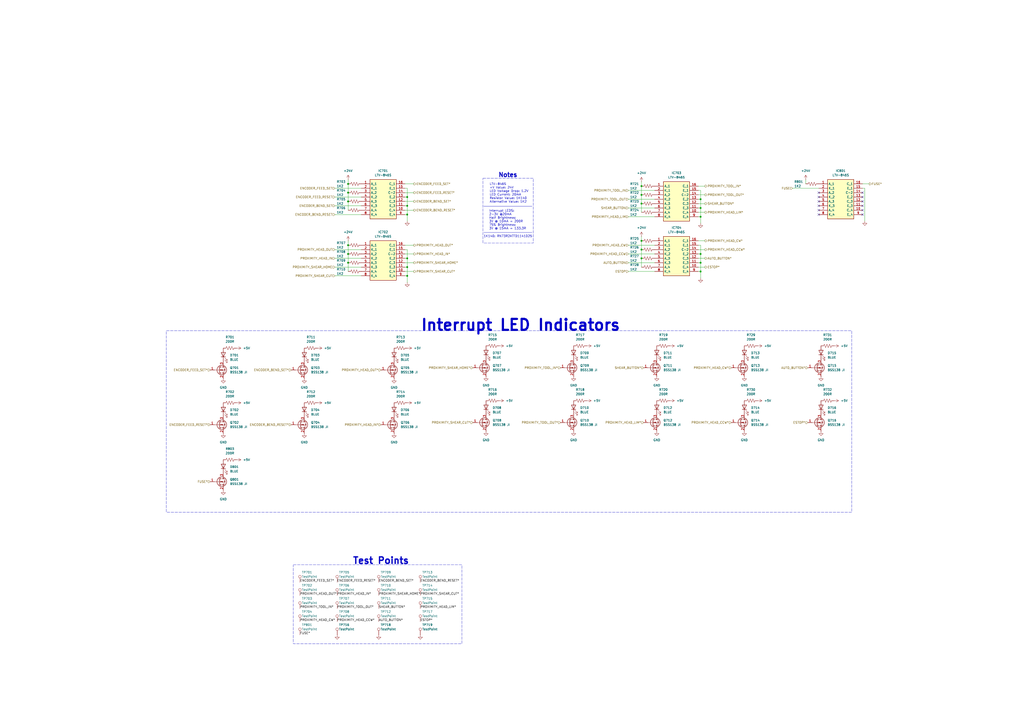
<source format=kicad_sch>
(kicad_sch (version 20250114) (generator "eeschema") (generator_version "9.0")
  (paper "A2")
  (title_block (title "MEP MAXI 85V-1 REV 2 Interface Board") (date "2024-12-08") (rev "X1") (company "McMillan Enterprises") (comment 1 "Firmware: John Gilcreast (johngilcreast@gmail.com)") (comment 2 "Hardware: Connor McMillan (connor@mcmillan.website)"))
  (polyline (pts (xy 563.6225 388.276) (xy 563.6489 388.2772) (xy 563.6751 388.2792) (xy 563.701 388.282) (xy 563.7266 388.2856) (xy 563.7517 388.2899) (xy 563.7764 388.295) (xy 563.8005 388.3009) (xy 563.8241 388.3075) (xy 563.8471 388.3148) (xy 563.8694 388.3228) (xy 563.891 388.3316) (xy 563.9118 388.341) (xy 563.9318 388.3512) (xy 563.9509 388.362) (xy 563.9691 388.3735) (xy 563.9028 388.5095) (xy 563.8863 388.4984) (xy 563.8693 388.4879) (xy 563.8517 388.4782) (xy 563.8337 388.4691) (xy 563.8151 388.4608) (xy 563.7962 388.4532) (xy 563.7767 388.4463) (xy 563.7569 388.4401) (xy 563.7368 388.4346) (xy 563.7163 388.4298) (xy 563.6954 388.4258) (xy 563.6743 388.4225) (xy 563.6529 388.4199) (xy 563.6313 388.4181) (xy 563.6095 388.417) (xy 563.5875 388.4166) (xy 563.5525 388.4176) (xy 563.5193 388.4204) (xy 563.4878 388.4249) (xy 563.4582 388.4312) (xy 563.4306 388.4392) (xy 563.4049 388.4488) (xy 563.3814 388.46) (xy 563.36 388.4726) (xy 563.3408 388.4867) (xy 563.3321 388.4943) (xy 563.3239 388.5022) (xy 563.3164 388.5104) (xy 563.3095 388.5189) (xy 563.3031 388.5278) (xy 563.2975 388.537) (xy 563.2924 388.5465) (xy 563.288 388.5563) (xy 563.2842 388.5663) (xy 563.2811 388.5767) (xy 563.2787 388.5873) (xy 563.277 388.5982) (xy 563.2759 388.6093) (xy 563.2755 388.6207) (xy 563.2773 388.6425) (xy 563.2822 388.6624) (xy 563.2903 388.6805) (xy 563.3011 388.6969) (xy 563.3146 388.7118) (xy 563.3305 388.7254) (xy 563.3486 388.7378) (xy 563.3686 388.7491) (xy 563.3904 388.7595) (xy 563.4137 388.7692) (xy 563.464 388.7869) (xy 563.5734 388.8202) (xy 563.629 388.8382) (xy 563.6828 388.8586) (xy 563.7085 388.8702) (xy 563.7331 388.8828) (xy 563.7564 388.8967) (xy 563.7782 388.9119) (xy 563.7982 388.9287) (xy 563.8163 388.9472) (xy 563.8322 388.9675) (xy 563.8457 388.9898) (xy 563.8565 389.0142) (xy 563.8646 389.041) (xy 563.8695 389.0701) (xy 563.8712 389.1019) (xy 563.8707 389.1228) (xy 563.8689 389.1432) (xy 563.866 389.163) (xy 563.862 389.1823) (xy 563.8569 389.201) (xy 563.8507 389.2191) (xy 563.8434 389.2367) (xy 563.8351 389.2536) (xy 563.8258 389.27) (xy 563.8155 389.2858) (xy 563.8042 389.301) (xy 563.792 389.3155) (xy 563.7788 389.3295) (xy 563.7647 389.3428) (xy 563.7498 389.3554) (xy 563.7339 389.3674) (xy 563.7173 389.3787) (xy 563.6998 389.3894) (xy 563.6815 389.3994) (xy 563.6624 389.4087) (xy 563.6425 389.4173) (xy 563.6219 389.4252) (xy 563.6006 389.4324) (xy 563.5786 389.4389) (xy 563.5559 389.4446) (xy 563.5326 389.4496) (xy 563.5086 389.4539) (xy 563.4841 389.4574) (xy 563.4589 389.4601) (xy 563.4332 389.4621) (xy 563.4069 389.4633) (xy 563.3801 389.4637) (xy 563.3469 389.463) (xy 563.3139 389.4609) (xy 563.2813 389.4575) (xy 563.2491 389.4528) (xy 563.2176 389.447) (xy 563.1868 389.44) (xy 563.1569 389.432) (xy 563.1279 389.423) (xy 563.1 389.413) (xy 563.0733 389.4022) (xy 563.0479 389.3906) (xy 563.024 389.3782) (xy 563.0017 389.3652) (xy 562.981 389.3515) (xy 562.9622 389.3373) (xy 562.9453 389.3226) (xy 563.0183 389.1898) (xy 563.0355 389.2047) (xy 563.0539 389.2189) (xy 563.0734 389.2323) (xy 563.094 389.2449) (xy 563.1156 389.2567) (xy 563.1381 389.2676) (xy 563.1615 389.2776) (xy 563.1855 389.2867) (xy 563.2103 389.2949) (xy 563.2356 389.302) (xy 563.2614 389.3082) (xy 563.2876 389.3133) (xy 563.3142 389.3173) (xy 563.341 389.3202) (xy 563.3679 389.322) (xy 563.395 389.3226) (xy 563.4294 389.3218) (xy 563.4623 389.3193) (xy 563.4936 389.3152) (xy 563.5231 389.3095) (xy 563.5508 389.3022) (xy 563.5766 389.2934) (xy 563.6004 389.283) (xy 563.6221 389.2712) (xy 563.6416 389.2578) (xy 563.6505 389.2506) (xy 563.6588 389.243) (xy 563.6665 389.2351) (xy 563.6736 389.2268) (xy 563.6801 389.2182) (xy 563.686 389.2092) (xy 563.6912 389.1999) (xy 563.6957 389.1902) (xy 563.6996 389.1802) (xy 563.7028 389.1698) (xy 563.7053 389.1591) (xy 563.7071 389.1481) (xy 563.7082 389.1368) (xy 563.7086 389.1251) (xy 563.7069 389.1035) (xy 563.7019 389.0838) (xy 563.6939 389.0659) (xy 563.683 389.0498) (xy 563.6695 389.0351) (xy 563.6536 389.0218) (xy 563.6356 389.0098) (xy 563.6155 388.9987) (xy 563.5938 388.9885) (xy 563.5704 388.9791) (xy 563.5201 388.9618) (xy 563.4108 388.9289) (xy 563.3552 388.9108) (xy 563.3014 388.89) (xy 563.2757 388.8781) (xy 563.2511 388.8651) (xy 563.2278 388.8507) (xy 563.206 388.8348) (xy 563.186 388.8173) (xy 563.1679 388.798) (xy 563.152 388.7768) (xy 563.1386 388.7534) (xy 563.1277 388.7278) (xy 563.1197 388.6997) (xy 563.1147 388.669) (xy 563.113 388.6356) (xy 563.1135 388.615) (xy 563.1153 388.5949) (xy 563.1181 388.5754) (xy 563.1221 388.5563) (xy 563.1271 388.5378) (xy 563.1332 388.5198) (xy 563.1403 388.5024) (xy 563.1485 388.4856) (xy 563.1577 388.4693) (xy 563.1678 388.4536) (xy 563.1789 388.4385) (xy 563.1909 388.424) (xy 563.2039 388.4101) (xy 563.2177 388.3968) (xy 563.2324 388.3842) (xy 563.248 388.3722) (xy 563.2644 388.3609) (xy 563.2816 388.3502) (xy 563.2996 388.3402) (xy 563.3183 388.3309) (xy 563.3378 388.3222) (xy 563.3581 388.3143) (xy 563.379 388.3071) (xy 563.4007 388.3005) (xy 563.4229 388.2948) (xy 563.4459 388.2897) (xy 563.4694 388.2854) (xy 563.4936 388.2819) (xy 563.5183 388.2791) (xy 563.5436 388.2772) (xy 563.5695 388.276) (xy 563.5958 388.2756) (xy 563.6225 388.276)) (stroke (width -0.0001) (type solid)) (fill (type color)))
  (rectangle (start 170.18 327.66) (end 267.97 373.38) (stroke (width 0) (type dash)))
  (polyline (pts (xy 565.8197 388.4332) (xy 565.1643 388.4332) (xy 565.0929 388.7899) (xy 565.677 388.7899) (xy 565.6488 388.931) (xy 565.0647 388.931) (xy 564.99 389.306) (xy 565.6687 389.306) (xy 565.6405 389.4504) (xy 564.7959 389.4504) (xy 565.0282 388.2889) (xy 565.8479 388.2889) (xy 565.8197 388.4332)) (stroke (width -0.0001) (type solid)) (fill (type color)))
  (polyline (pts (xy 550.9508 379.5522) (xy 552.4948 378.4315) (xy 551.374 379.9754) (xy 553.2582 380.2747) (xy 551.374 380.5739) (xy 552.4948 382.1179) (xy 550.9508 380.9972) (xy 550.6516 382.8814) (xy 550.3523 380.9972) (xy 548.8084 382.1179) (xy 549.9291 380.5739) (xy 548.0449 380.2747) (xy 549.9291 379.9754) (xy 548.8084 378.4315) (xy 550.3523 379.5522) (xy 550.6516 377.668) (xy 550.9508 379.5522)) (stroke (width -0.0001) (type solid)) (fill (type color)))
  (polyline (pts (xy 548.1058 387.4812) (xy 547.3695 387.4812) (xy 547.7749 385.4355) (xy 548.7681 384.17) (xy 548.1058 387.4812)) (stroke (width -0.0001) (type solid)) (fill (type color)))
  (rectangle (start 96.52 191.77) (end 494.03 297.18) (stroke (width 0) (type dash)))
  (polyline (pts (xy 549.4413 388.4332) (xy 548.7859 388.4332) (xy 548.7146 388.7899) (xy 549.2986 388.7899) (xy 549.2704 388.931) (xy 548.6863 388.931) (xy 548.6117 389.306) (xy 549.2903 389.306) (xy 549.2621 389.4504) (xy 548.4175 389.4504) (xy 548.6498 388.2889) (xy 549.4695 388.2889) (xy 549.4413 388.4332)) (stroke (width -0.0001) (type solid)) (fill (type color)))
  (polyline (pts (xy 572.9757 386.352) (xy 573.4943 383.7323) (xy 574.184 383.7323) (xy 573.4355 387.4747) (xy 572.8634 387.4747) (xy 571.329 384.855) (xy 570.8051 387.4747) (xy 570.1154 387.4747) (xy 570.864 383.7323) (xy 571.4359 383.7323) (xy 572.9757 386.352)) (stroke (width -0.0001) (type solid)) (fill (type color)))
  (polyline (pts (xy 553.36 388.4332) (xy 552.9635 388.4332) (xy 552.7593 389.4504) (xy 552.5951 389.4504) (xy 552.7975 388.4332) (xy 552.401 388.4332) (xy 552.4292 388.2889) (xy 553.3899 388.2889) (xy 553.36 388.4332)) (stroke (width -0.0001) (type solid)) (fill (type color)))
  (polyline (pts (xy 555.1734 386.2237) (xy 557.1142 383.7323) (xy 557.713 383.7323) (xy 556.9645 387.4747) (xy 556.3069 387.4747) (xy 556.7934 385.0208) (xy 555.1948 387.047) (xy 554.8848 387.047) (xy 554.0294 384.9726) (xy 553.5321 387.4747) (xy 552.8692 387.4747) (xy 553.6177 383.7323) (xy 554.1844 383.7323) (xy 555.1734 386.2237)) (stroke (width -0.0001) (type solid)) (fill (type color)))
  (rectangle (start 280.162 103.378) (end 309.372 140.97) (stroke (width 0) (type dash)))
  (polyline (pts (xy 560.5284 388.2903) (xy 560.5753 388.2946) (xy 560.6193 388.3018) (xy 560.6605 388.3117) (xy 560.6799 388.3177) (xy 560.6986 388.3243) (xy 560.7166 388.3316) (xy 560.7338 388.3396) (xy 560.7502 388.3482) (xy 560.7659 388.3575) (xy 560.7808 388.3675) (xy 560.7949 388.378) (xy 560.8082 388.3892) (xy 560.8207 388.4011) (xy 560.8323 388.4135) (xy 560.8432 388.4266) (xy 560.8532 388.4403) (xy 560.8624 388.4545) (xy 560.8708 388.4694) (xy 560.8783 388.4849) (xy 560.8849 388.5009) (xy 560.8907 388.5175) (xy 560.8956 388.5347) (xy 560.8997 388.5525) (xy 560.9028 388.5708) (xy 560.9051 388.5896) (xy 560.9064 388.6091) (xy 560.9069 388.629) (xy 560.9054 388.6714) (xy 560.9035 388.6919) (xy 560.9009 388.712) (xy 560.8976 388.7316) (xy 560.8935 388.7507) (xy 560.8887 388.7694) (xy 560.8832 388.7876) (xy 560.8771 388.8053) (xy 560.8702 388.8226) (xy 560.8626 388.8394) (xy 560.8544 388.8557) (xy 560.8455 388.8715) (xy 560.8359 388.8868) (xy 560.8257 388.9016) (xy 560.8148 388.9159) (xy 560.8033 388.9296) (xy 560.7911 388.9429) (xy 560.7783 388.9557) (xy 560.7649 388.9679) (xy 560.7509 388.9796) (xy 560.7363 388.9907) (xy 560.7211 389.0014) (xy 560.7053 389.0114) (xy 560.6719 389.03) (xy 560.6363 389.0463) (xy 560.5984 389.0603) (xy 560.5584 389.072) (xy 560.7708 389.4504) (xy 560.595 389.4504) (xy 560.3925 389.0953) (xy 560.0507 389.0953) (xy 559.981 389.4504) (xy 559.8134 389.4504) (xy 559.9126 388.9542) (xy 560.0789 388.9542) (xy 560.366 388.9542) (xy 560.4093 388.953) (xy 560.4502 388.9492) (xy 560.4887 388.9431) (xy 560.5247 388.9344) (xy 560.5417 388.9292) (xy 560.5581 388.9233) (xy 560.5738 388.9169) (xy 560.5889 388.9098) (xy 560.6033 388.9022) (xy 560.617 388.8939) (xy 560.6301 388.8851) (xy 560.6424 388.8756) (xy 560.6541 388.8655) (xy 560.6651 388.8549) (xy 560.6753 388.8436) (xy 560.6849 388.8318) (xy 560.6937 388.8193) (xy 560.7018 388.8063) (xy 560.7091 388.7927) (xy 560.7157 388.7785) (xy 560.7216 388.7637) (xy 560.7267 388.7484) (xy 560.731 388.7324) (xy 560.7346 388.7159) (xy 560.7373 388.6987) (xy 560.7393 388.6811) (xy 560.7405 388.6628) (xy 560.7409 388.6439) (xy 560.7407 388.6311) (xy 560.7398 388.6186) (xy 560.7383 388.6065) (xy 560.7363 388.5949) (xy 560.7337 388.5836) (xy 560.7306 388.5727) (xy 560.7269 388.5623) (xy 560.7226 388.5522) (xy 560.7178 388.5426) (xy 560.7124 388.5333) (xy 560.7065 388.5245) (xy 560.7001 388.516) (xy 560.6931 388.508) (xy 560.6856 388.5004) (xy 560.6775 388.4931) (xy 560.669 388.4863) (xy 560.6599 388.4799) (xy 560.6503 388.4739) (xy 560.6402 388.4683) (xy 560.6295 388.4631) (xy 560.6184 388.4584) (xy 560.6068 388.454) (xy 560.5947 388.4501) (xy 560.582 388.4466) (xy 560.5689 388.4434) (xy 560.5553 388.4407) (xy 560.5413 388.4384) (xy 560.5267 388.4366) (xy 560.5117 388.4351) (xy 560.4962 388.4341) (xy 560.4803 388.4334) (xy 560.4638 388.4332) (xy 560.1834 388.4332) (xy 560.0789 388.9542) (xy 559.9126 388.9542) (xy 560.0457 388.2889) (xy 560.4788 388.2889) (xy 560.5284 388.2903)) (stroke (width -0.0001) (type solid)) (fill (type color)))
  (polyline (pts (xy 546.1 386.08) (xy 548.2735 383.2903) (xy 548.2783 383.2903) (xy 546.1 386.08)) (stroke (width -0.0001) (type solid)) (fill (type color)))
  (polyline (pts (xy 569.6345 387.4747) (xy 568.9448 387.4747) (xy 568.747 386.6086) (xy 566.8651 386.6086) (xy 566.3252 387.4747) (xy 565.582 387.4747) (xy 566.4995 386.0633) (xy 567.2073 386.0633) (xy 568.6187 386.0633) (xy 568.2391 384.4166) (xy 567.2073 386.0633) (xy 566.4995 386.0633) (xy 568.0146 383.7323) (xy 568.7043 383.7323) (xy 569.6345 387.4747)) (stroke (width -0.0001) (type solid)) (fill (type color)))
  (polyline (pts (xy 546.1 386.08) (xy 548.2735 383.2903) (xy 548.2783 383.2903) (xy 546.1 386.08)) (stroke (width -0.0001) (type solid)) (fill (type color)))
  (polyline (pts (xy 563.6308 383.7323) (xy 564.3258 383.7323) (xy 563.695 386.8866) (xy 565.6517 386.8866) (xy 565.5341 387.4747) (xy 562.8823 387.4747) (xy 563.6308 383.7323) (xy 563.6308 383.7323)) (stroke (width -0.0001) (type solid)) (fill (type color)))
  (polyline (pts (xy 567.2524 388.276) (xy 567.2788 388.2772) (xy 567.305 388.2792) (xy 567.3309 388.282) (xy 567.3565 388.2856) (xy 567.3816 388.2899) (xy 567.4062 388.295) (xy 567.4304 388.3009) (xy 567.454 388.3075) (xy 567.4769 388.3148) (xy 567.4992 388.3228) (xy 567.5208 388.3316) (xy 567.5417 388.341) (xy 567.5617 388.3512) (xy 567.5808 388.362) (xy 567.599 388.3735) (xy 567.5327 388.5095) (xy 567.5162 388.4984) (xy 567.4992 388.4879) (xy 567.4816 388.4782) (xy 567.4635 388.4691) (xy 567.445 388.4608) (xy 567.426 388.4532) (xy 567.4066 388.4463) (xy 567.3868 388.4401) (xy 567.3667 388.4346) (xy 567.3461 388.4298) (xy 567.3253 388.4258) (xy 567.3042 388.4225) (xy 567.2828 388.4199) (xy 567.2612 388.4181) (xy 567.2394 388.417) (xy 567.2174 388.4166) (xy 567.1824 388.4176) (xy 567.1492 388.4204) (xy 567.1177 388.4249) (xy 567.0881 388.4312) (xy 567.0605 388.4392) (xy 567.0348 388.4488) (xy 567.0112 388.46) (xy 566.9898 388.4726) (xy 566.9707 388.4867) (xy 566.9619 388.4943) (xy 566.9538 388.5022) (xy 566.9463 388.5104) (xy 566.9393 388.5189) (xy 566.933 388.5278) (xy 566.9273 388.537) (xy 566.9223 388.5465) (xy 566.9179 388.5563) (xy 566.9141 388.5663) (xy 566.911 388.5767) (xy 566.9086 388.5873) (xy 566.9068 388.5982) (xy 566.9058 388.6093) (xy 566.9054 388.6207) (xy 566.9071 388.6425) (xy 566.9121 388.6624) (xy 566.9202 388.6805) (xy 566.931 388.6969) (xy 566.9445 388.7118) (xy 566.9604 388.7254) (xy 566.9785 388.7378) (xy 566.9985 388.7491) (xy 567.0203 388.7595) (xy 567.0436 388.7692) (xy 567.0939 388.7869) (xy 567.2033 388.8202) (xy 567.2588 388.8382) (xy 567.3126 388.8586) (xy 567.3384 388.8702) (xy 567.363 388.8828) (xy 567.3863 388.8967) (xy 567.4081 388.9119) (xy 567.4281 388.9287) (xy 567.4462 388.9472) (xy 567.462 388.9675) (xy 567.4755 388.9898) (xy 567.4864 389.0142) (xy 567.4944 389.041) (xy 567.4994 389.0701) (xy 567.5011 389.1019) (xy 567.5005 389.1228) (xy 567.4988 389.1432) (xy 567.4959 389.163) (xy 567.4919 389.1823) (xy 567.4867 389.201) (xy 567.4805 389.2191) (xy 567.4733 389.2367) (xy 567.465 389.2536) (xy 567.4557 389.27) (xy 567.4454 389.2858) (xy 567.4341 389.301) (xy 567.4218 389.3155) (xy 567.4087 389.3295) (xy 567.3946 389.3428) (xy 567.3796 389.3554) (xy 567.3638 389.3674) (xy 567.3471 389.3787) (xy 567.3296 389.3894) (xy 567.3113 389.3994) (xy 567.2922 389.4087) (xy 567.2724 389.4173) (xy 567.2518 389.4252) (xy 567.2305 389.4324) (xy 567.2085 389.4389) (xy 567.1858 389.4446) (xy 567.1625 389.4496) (xy 567.1385 389.4539) (xy 567.114 389.4574) (xy 567.0888 389.4601) (xy 567.063 389.4621) (xy 567.0368 389.4633) (xy 567.0099 389.4637) (xy 566.9767 389.463) (xy 566.9438 389.4609) (xy 566.9112 389.4575) (xy 566.879 389.4528) (xy 566.8475 389.447) (xy 566.8167 389.44) (xy 566.7867 389.432) (xy 566.7577 389.423) (xy 566.7298 389.413) (xy 566.7031 389.4022) (xy 566.6778 389.3906) (xy 566.6539 389.3782) (xy 566.6315 389.3652) (xy 566.6109 389.3515) (xy 566.5921 389.3373) (xy 566.5752 389.3226) (xy 566.6482 389.1898) (xy 566.6654 389.2047) (xy 566.6837 389.2189) (xy 566.7033 389.2323) (xy 566.7239 389.2449) (xy 566.7455 389.2567) (xy 566.768 389.2676) (xy 566.7913 389.2776) (xy 566.8154 389.2867) (xy 566.8402 389.2949) (xy 566.8655 389.302) (xy 566.8913 389.3082) (xy 566.9175 389.3133) (xy 566.9441 389.3173) (xy 566.9709 389.3202) (xy 566.9978 389.322) (xy 567.0249 389.3226) (xy 567.0593 389.3218) (xy 567.0922 389.3193) (xy 567.1234 389.3152) (xy 567.153 389.3095) (xy 567.1807 389.3022) (xy 567.2065 389.2934) (xy 567.2303 389.283) (xy 567.252 389.2712) (xy 567.2715 389.2578) (xy 567.2804 389.2506) (xy 567.2887 389.243) (xy 567.2964 389.2351) (xy 567.3035 389.2268) (xy 567.31 389.2182) (xy 567.3158 389.2092) (xy 567.3211 389.1999) (xy 567.3256 389.1902) (xy 567.3295 389.1802) (xy 567.3327 389.1698) (xy 567.3352 389.1591) (xy 567.337 389.1481) (xy 567.3381 389.1368) (xy 567.3385 389.1251) (xy 567.3368 389.1035) (xy 567.3318 389.0838) (xy 567.3238 389.0659) (xy 567.3129 389.0498) (xy 567.2994 389.0351) (xy 567.2835 389.0218) (xy 567.2654 389.0098) (xy 567.2454 388.9987) (xy 567.2236 388.9885) (xy 567.2003 388.9791) (xy 567.15 388.9618) (xy 567.0407 388.9289) (xy 566.9851 388.9108) (xy 566.9313 388.89) (xy 566.9056 388.8781) (xy 566.881 388.8651) (xy 566.8577 388.8507) (xy 566.8359 388.8348) (xy 566.8159 388.8173) (xy 566.7978 388.798) (xy 566.7819 388.7768) (xy 566.7684 388.7534) (xy 566.7576 388.7278) (xy 566.7495 388.6997) (xy 566.7446 388.669) (xy 566.7428 388.6356) (xy 566.7434 388.615) (xy 566.7451 388.5949) (xy 566.748 388.5754) (xy 566.752 388.5563) (xy 566.757 388.5378) (xy 566.7631 388.5198) (xy 566.7702 388.5024) (xy 566.7784 388.4856) (xy 566.7875 388.4693) (xy 566.7977 388.4536) (xy 566.8088 388.4385) (xy 566.8208 388.424) (xy 566.8337 388.4101) (xy 566.8476 388.3968) (xy 566.8623 388.3842) (xy 566.8779 388.3722) (xy 566.8942 388.3609) (xy 566.9115 388.3502) (xy 566.9294 388.3402) (xy 566.9482 388.3309) (xy 566.9677 388.3222) (xy 566.988 388.3143) (xy 567.0089 388.3071) (xy 567.0305 388.3005) (xy 567.0528 388.2948) (xy 567.0758 388.2897) (xy 567.0993 388.2854) (xy 567.1235 388.2819) (xy 567.1482 388.2791) (xy 567.1735 388.2772) (xy 567.1993 388.276) (xy 567.2257 388.2756) (xy 567.2524 388.276)) (stroke (width -0.0001) (type solid)) (fill (type color)))
  (polyline (pts (xy 558.6012 388.2903) (xy 558.6478 388.2946) (xy 558.6916 388.3018) (xy 558.7325 388.3117) (xy 558.7519 388.3177) (xy 558.7705 388.3243) (xy 558.7884 388.3316) (xy 558.8056 388.3396) (xy 558.8219 388.3482) (xy 558.8376 388.3575) (xy 558.8524 388.3675) (xy 558.8664 388.378) (xy 558.8797 388.3892) (xy 558.8921 388.4011) (xy 558.9038 388.4135) (xy 558.9146 388.4266) (xy 558.9246 388.4403) (xy 558.9338 388.4545) (xy 558.9421 388.4694) (xy 558.9496 388.4849) (xy 558.9562 388.5009) (xy 558.962 388.5175) (xy 558.9669 388.5347) (xy 558.971 388.5525) (xy 558.9741 388.5708) (xy 558.9764 388.5896) (xy 558.9777 388.6091) (xy 558.9782 388.629) (xy 558.9776 388.6565) (xy 558.9758 388.6832) (xy 558.9728 388.7092) (xy 558.9686 388.7345) (xy 558.9632 388.7589) (xy 558.9567 388.7826) (xy 558.9491 388.8056) (xy 558.9403 388.8277) (xy 558.9304 388.849) (xy 558.9195 388.8695) (xy 558.9075 388.8892) (xy 558.8944 388.9081) (xy 558.8803 388.9262) (xy 558.8651 388.9433) (xy 558.8489 388.9597) (xy 558.8318 388.9752) (xy 558.8136 388.9898) (xy 558.7945 389.0035) (xy 558.7745 389.0164) (xy 558.7535 389.0283) (xy 558.7316 389.0394) (xy 558.7087 389.0495) (xy 558.685 389.0587) (xy 558.6604 389.067) (xy 558.635 389.0743) (xy 558.6087 389.0807) (xy 558.5815 389.0861) (xy 558.5536 389.0906) (xy 558.5249 389.0941) (xy 558.4953 389.0966) (xy 558.465 389.0981) (xy 558.434 389.0986) (xy 558.1237 389.0986) (xy 558.054 389.4504) (xy 557.8881 389.4504) (xy 557.9873 388.9542) (xy 558.1536 388.9542) (xy 558.4373 388.9542) (xy 558.4806 388.953) (xy 558.5215 388.9492) (xy 558.56 388.9431) (xy 558.596 388.9344) (xy 558.613 388.9292) (xy 558.6294 388.9233) (xy 558.6452 388.9169) (xy 558.6602 388.9098) (xy 558.6746 388.9022) (xy 558.6884 388.8939) (xy 558.7014 388.8851) (xy 558.7138 388.8756) (xy 558.7255 388.8655) (xy 558.7364 388.8549) (xy 558.7467 388.8436) (xy 558.7562 388.8318) (xy 558.765 388.8193) (xy 558.7731 388.8063) (xy 558.7805 388.7927) (xy 558.7871 388.7785) (xy 558.7929 388.7637) (xy 558.798 388.7484) (xy 558.8024 388.7324) (xy 558.8059 388.7159) (xy 558.8087 388.6987) (xy 558.8107 388.6811) (xy 558.8119 388.6628) (xy 558.8123 388.6439) (xy 558.812 388.6311) (xy 558.8112 388.6186) (xy 558.8097 388.6065) (xy 558.8077 388.5949) (xy 558.8051 388.5836) (xy 558.802 388.5727) (xy 558.7983 388.5623) (xy 558.794 388.5522) (xy 558.7892 388.5426) (xy 558.7839 388.5333) (xy 558.778 388.5245) (xy 558.7715 388.516) (xy 558.7646 388.508) (xy 558.7571 388.5004) (xy 558.7491 388.4931) (xy 558.7405 388.4863) (xy 558.7315 388.4799) (xy 558.7219 388.4739) (xy 558.7119 388.4683) (xy 558.7013 388.4631) (xy 558.6902 388.4584) (xy 558.6787 388.454) (xy 558.6666 388.4501) (xy 558.6541 388.4466) (xy 558.6411 388.4434) (xy 558.6276 388.4407) (xy 558.6136 388.4384) (xy 558.5992 388.4366) (xy 558.5843 388.4351) (xy 558.569 388.4341) (xy 558.5531 388.4334) (xy 558.5369 388.4332) (xy 558.2581 388.4332) (xy 558.1536 388.9542) (xy 557.9873 388.9542) (xy 558.1204 388.2889) (xy 558.5518 388.2889) (xy 558.6012 388.2903)) (stroke (width -0.0001) (type solid)) (fill (type color)))
  (polyline (pts (xy 551.486 383.6814) (xy 551.6017 383.6891) (xy 551.7142 383.7018) (xy 551.8232 383.7194) (xy 551.9285 383.7421) (xy 552.03 383.7696) (xy 552.1274 383.802) (xy 552.2206 383.8392) (xy 552.3093 383.8812) (xy 552.3933 383.9279) (xy 552.4726 383.9792) (xy 552.5468 384.0352) (xy 552.6157 384.0958) (xy 552.6793 384.1608) (xy 552.7372 384.2304) (xy 552.7893 384.3044) (xy 552.2867 384.7267) (xy 552.2473 384.6751) (xy 552.205 384.6265) (xy 552.16 384.581) (xy 552.1364 384.5595) (xy 552.1122 384.5387) (xy 552.0873 384.5187) (xy 552.0616 384.4995) (xy 552.0353 384.4811) (xy 552.0083 384.4635) (xy 551.9805 384.4467) (xy 551.9521 384.4307) (xy 551.9229 384.4156) (xy 551.8931 384.4013) (xy 551.8313 384.3751) (xy 551.7666 384.3523) (xy 551.6992 384.3329) (xy 551.6289 384.317) (xy 551.5557 384.3045) (xy 551.4797 384.2955) (xy 551.4008 384.2901) (xy 551.319 384.2883) (xy 551.2304 384.2904) (xy 551.1438 384.2966) (xy 551.0595 384.3069) (xy 550.9774 384.321) (xy 550.8976 384.339) (xy 550.8201 384.3607) (xy 550.7449 384.386) (xy 550.6722 384.4148) (xy 550.6019 384.447) (xy 550.5341 384.4825) (xy 550.4689 384.5211) (xy 550.4062 384.5629) (xy 550.3462 384.6077) (xy 550.2888 384.6553) (xy 550.2342 384.7057) (xy 550.1823 384.7588) (xy 550.1332 384.8144) (xy 550.0869 384.8725) (xy 550.0436 384.933) (xy 550.0032 384.9958) (xy 549.9657 385.0606) (xy 549.9313 385.1276) (xy 549.9 385.1965) (xy 549.8718 385.2672) (xy 549.8467 385.3396) (xy 549.8248 385.4137) (xy 549.8062 385.4894) (xy 549.7908 385.5664) (xy 549.7788 385.6448) (xy 549.7702 385.7244) (xy 549.765 385.8051) (xy 549.7632 385.8868) (xy 549.7644 385.9444) (xy 549.768 386.0006) (xy 549.7739 386.0556) (xy 549.7822 386.1092) (xy 549.7928 386.1615) (xy 549.8058 386.2124) (xy 549.8211 386.2618) (xy 549.8387 386.3097) (xy 549.8586 386.3561) (xy 549.8808 386.401) (xy 549.9053 386.4443) (xy 549.9321 386.4859) (xy 549.9612 386.5258) (xy 549.9925 386.5641) (xy 550.0261 386.6006) (xy 550.062 386.6354) (xy 550.1 386.6683) (xy 550.1404 386.6993) (xy 550.1829 386.7285) (xy 550.2276 386.7558) (xy 550.2746 386.781) (xy 550.3238 386.8043) (xy 550.3751 386.8256) (xy 550.4286 386.8447) (xy 550.4843 386.8618) (xy 550.5421 386.8766) (xy 550.6021 386.8894) (xy 550.6643 386.8998) (xy 550.7286 386.908) (xy 550.795 386.914) (xy 550.8635 386.9175) (xy 550.9341 386.9187) (xy 551.0117 386.9171) (xy 551.0879 386.9122) (xy 551.1629 386.904) (xy 551.2364 386.8924) (xy 551.3086 386.8775) (xy 551.3793 386.8592) (xy 551.4485 386.8376) (xy 551.5162 386.8125) (xy 551.5823 386.7839) (xy 551.6468 386.7519) (xy 551.7097 386.7164) (xy 551.7709 386.6774) (xy 551.8303 386.6348) (xy 551.888 386.5887) (xy 551.9439 386.539) (xy 551.998 386.4856) (xy 552.4043 386.924) (xy 552.3341 386.9995) (xy 552.2599 387.0697) (xy 552.1818 387.1346) (xy 552.1001 387.1944) (xy 552.0147 387.2489) (xy 551.926 387.2985) (xy 551.8339 387.3429) (xy 551.7387 387.3825) (xy 551.6405 387.4172) (xy 551.5394 387.447) (xy 551.4356 387.4721) (xy 551.3292 387.4924) (xy 551.2204 387.5082) (xy 551.1092 387.5193) (xy 550.9959 387.526) (xy 550.8806 387.5282) (xy 550.7752 387.5263) (xy 550.6725 387.5206) (xy 550.5726 387.5113) (xy 550.4756 387.4983) (xy 550.3813 387.4818) (xy 550.29 387.4618) (xy 550.2016 387.4383) (xy 550.1162 387.4115) (xy 550.0338 387.3814) (xy 549.9544 387.348) (xy 549.8782 387.3115) (xy 549.805 387.2719) (xy 549.7351 387.2293) (xy 549.6684 387.1836) (xy 549.6049 387.1351) (xy 549.5447 387.0838) (xy 549.4879 387.0296) (xy 549.4344 386.9728) (xy 549.3844 386.9133) (xy 549.3378 386.8513) (xy 549.2947 386.7867) (xy 549.2551 386.7197) (xy 549.2191 386.6503) (xy 549.1868 386.5786) (xy 549.1581 386.5047) (xy 549.1331 386.4285) (xy 549.1118 386.3503) (xy 549.0943 386.27) (xy 549.0806 386.1877) (xy 549.0708 386.1035) (xy 549.0649 386.0175) (xy 549.0629 385.9296) (xy 549.0656 385.8117) (xy 549.0735 385.6955) (xy 549.0866 385.5813) (xy 549.1049 385.4691) (xy 549.1282 385.3591) (xy 549.1564 385.2514) (xy 549.1895 385.1461) (xy 549.2275 385.0434) (xy 549.2701 384.9434) (xy 549.3174 384.8461) (xy 549.3692 384.7519) (xy 549.4255 384.6606) (xy 549.4862 384.5726) (xy 549.5511 384.488) (xy 549.6204 384.4067) (xy 549.6938 384.3291) (xy 549.7712 384.2552) (xy 549.8527 384.1851) (xy 549.938 384.1189) (xy 550.0272 384.0569) (xy 550.1202 383.9991) (xy 550.2168 383.9457) (xy 550.317 383.8967) (xy 550.4207 383.8523) (xy 550.5278 383.8127) (xy 550.6383 383.778) (xy 550.7521 383.7482) (xy 550.869 383.7236) (xy 550.9891 383.7042) (xy 551.1122 383.6902) (xy 551.2382 383.6817) (xy 551.3672 383.6788) (xy 551.486 383.6814)) (stroke (width -0.0001) (type solid)) (fill (type color)))
  (polyline (pts (xy 558.7232 383.7323) (xy 559.4181 383.7323) (xy 558.6697 387.4747) (xy 557.9746 387.4747) (xy 558.7232 383.7323) (xy 558.7232 383.7323)) (stroke (width -0.0001) (type solid)) (fill (type color)))
  (polyline (pts (xy 550.1704 381.8459) (xy 546.1239 387.0021) (xy 545.7768 387.0021) (xy 544.819 384.6793) (xy 544.2622 387.4812) (xy 543.5196 387.4812) (xy 544.358 383.2903) (xy 544.9926 383.2903) (xy 545.9581 385.7229) (xy 546.1 386.08) (xy 548.2783 383.2903) (xy 549.0012 382.3644) (xy 550.1234 381.5499) (xy 550.1704 381.8459)) (stroke (width -0.0001) (type solid)) (fill (type color)))
  (polyline (pts (xy 560.4285 383.7323) (xy 561.1235 383.7323) (xy 560.4926 386.8866) (xy 562.4494 386.8866) (xy 562.3317 387.4747) (xy 559.68 387.4747) (xy 560.4285 383.7323) (xy 560.4285 383.7323)) (stroke (width -0.0001) (type solid)) (fill (type color)))
  (polyline (pts (xy 551.1609 389.1832) (xy 551.3384 388.2889) (xy 551.5044 388.2889) (xy 551.2721 389.4504) (xy 551.136 389.4504) (xy 550.6166 388.556) (xy 550.4391 389.4504) (xy 550.2732 389.4504) (xy 550.5055 388.2889) (xy 550.6415 388.2889) (xy 551.1609 389.1832)) (stroke (width -0.0001) (type solid)) (fill (type color)))
  (polyline (pts (xy 556.6529 388.2903) (xy 556.6997 388.2946) (xy 556.7438 388.3018) (xy 556.7849 388.3117) (xy 556.8044 388.3177) (xy 556.8231 388.3243) (xy 556.8411 388.3316) (xy 556.8583 388.3396) (xy 556.8747 388.3482) (xy 556.8904 388.3575) (xy 556.9053 388.3675) (xy 556.9193 388.378) (xy 556.9326 388.3892) (xy 556.9451 388.4011) (xy 556.9568 388.4135) (xy 556.9676 388.4266) (xy 556.9777 388.4403) (xy 556.9869 388.4545) (xy 556.9952 388.4694) (xy 557.0027 388.4849) (xy 557.0094 388.5009) (xy 557.0152 388.5175) (xy 557.0201 388.5347) (xy 557.0241 388.5525) (xy 557.0273 388.5708) (xy 557.0295 388.5896) (xy 557.0309 388.6091) (xy 557.0314 388.629) (xy 557.0298 388.6714) (xy 557.028 388.6919) (xy 557.0254 388.712) (xy 557.022 388.7316) (xy 557.018 388.7507) (xy 557.0132 388.7694) (xy 557.0077 388.7876) (xy 557.0015 388.8053) (xy 556.9946 388.8226) (xy 556.9871 388.8394) (xy 556.9788 388.8557) (xy 556.9699 388.8715) (xy 556.9604 388.8868) (xy 556.9501 388.9016) (xy 556.9393 388.9159) (xy 556.9277 388.9296) (xy 556.9156 388.9429) (xy 556.9028 388.9557) (xy 556.8894 388.9679) (xy 556.8754 388.9796) (xy 556.8608 388.9907) (xy 556.8455 389.0014) (xy 556.8297 389.0114) (xy 556.7964 389.03) (xy 556.7607 389.0463) (xy 556.7229 389.0603) (xy 556.6829 389.072) (xy 556.8953 389.4504) (xy 556.7194 389.4504) (xy 556.517 389.0953) (xy 556.1751 389.0953) (xy 556.1054 389.4504) (xy 555.9379 389.4504) (xy 556.0371 388.9542) (xy 556.2034 388.9542) (xy 556.4904 388.9542) (xy 556.5337 388.953) (xy 556.5747 388.9492) (xy 556.6131 388.9431) (xy 556.6491 388.9344) (xy 556.6661 388.9292) (xy 556.6825 388.9233) (xy 556.6983 388.9169) (xy 556.7133 388.9098) (xy 556.7277 388.9022) (xy 556.7415 388.8939) (xy 556.7545 388.8851) (xy 556.7669 388.8756) (xy 556.7786 388.8655) (xy 556.7895 388.8549) (xy 556.7998 388.8436) (xy 556.8093 388.8318) (xy 556.8181 388.8193) (xy 556.8262 388.8063) (xy 556.8336 388.7927) (xy 556.8402 388.7785) (xy 556.846 388.7637) (xy 556.8511 388.7484) (xy 556.8555 388.7324) (xy 556.859 388.7159) (xy 556.8618 388.6987) (xy 556.8638 388.6811) (xy 556.865 388.6628) (xy 556.8654 388.6439) (xy 556.8651 388.6311) (xy 556.8642 388.6186) (xy 556.8628 388.6065) (xy 556.8608 388.5949) (xy 556.8582 388.5836) (xy 556.8551 388.5727) (xy 556.8513 388.5623) (xy 556.8471 388.5522) (xy 556.8423 388.5426) (xy 556.8369 388.5333) (xy 556.831 388.5245) (xy 556.8245 388.516) (xy 556.8176 388.508) (xy 556.8101 388.5004) (xy 556.802 388.4931) (xy 556.7934 388.4863) (xy 556.7844 388.4799) (xy 556.7748 388.4739) (xy 556.7646 388.4683) (xy 556.754 388.4631) (xy 556.7429 388.4584) (xy 556.7313 388.454) (xy 556.7191 388.4501) (xy 556.7065 388.4466) (xy 556.6934 388.4434) (xy 556.6798 388.4407) (xy 556.6657 388.4384) (xy 556.6512 388.4366) (xy 556.6362 388.4351) (xy 556.6207 388.4341) (xy 556.6047 388.4334) (xy 556.5883 388.4332) (xy 556.3079 388.4332) (xy 556.2034 388.9542) (xy 556.0371 388.9542) (xy 556.1702 388.2889) (xy 556.6032 388.2889) (xy 556.6529 388.2903)) (stroke (width -0.0001) (type solid)) (fill (type color)))
  (polyline (pts (xy 561.9296 389.4504) (xy 561.7636 389.4504) (xy 561.9959 388.2889) (xy 562.1619 388.2889) (xy 561.9296 389.4504)) (stroke (width -0.0001) (type solid)) (fill (type color)))
  (polyline (pts (xy 555.106 388.4332) (xy 554.4506 388.4332) (xy 554.3793 388.7899) (xy 554.9633 388.7899) (xy 554.9351 388.931) (xy 554.351 388.931) (xy 554.2764 389.306) (xy 554.955 389.306) (xy 554.9268 389.4504) (xy 554.0822 389.4504) (xy 554.3145 388.2889) (xy 555.1342 388.2889) (xy 555.106 388.4332)) (stroke (width -0.0001) (type solid)) (fill (type color)))
  (text "Interrupt LED Indicators" (at 302.006 188.722 0) (effects (font (size 6.35 6.35) (thickness 1.27) (bold yes))))
  (text "Test Points" (at 220.98 325.374 0) (effects (font (size 3.81 3.81) (thickness 0.762) (bold yes))))
  (text "1K140: RN73R2ATTD1141D25" (at 294.64 137.16 0) (effects (font (size 1.27 1.27))))
  (text "Interrupt LEDS:\n2-3V @20mA\nHalf Brightness:\n3V @ 10mA = 200R\n75% Brightness:\n3V @ 15mA = 133.3R" (at 283.718 127.508 0) (effects (font (size 1.27 1.27)) (justify left)))
  (text "Notes" (at 294.64 101.6 0) (effects (font (size 2.54 2.54) (thickness 0.508) (bold yes))))
  (text "LTV-846S\n+V Value: 24V\nLED Voltage Drop: 1.2V\nLED Current: 20mA\nResistor Value: 1K140\nAlternative Value: 1K2" (at 283.972 112.014 0) (effects (font (size 1.27 1.27)) (justify left)))
  (junction (at 236.22 154.94))
  (junction (at 201.93 142.24))
  (junction (at 236.22 119.38))
  (junction (at 372.11 144.78))
  (junction (at 201.93 116.84))
  (junction (at 372.11 107.95))
  (junction (at 236.22 160.02))
  (junction (at 201.93 147.32))
  (junction (at 406.4 120.65))
  (junction (at 236.22 124.46))
  (junction (at 372.11 139.7))
  (junction (at 201.93 111.76))
  (junction (at 406.4 125.73))
  (junction (at 201.93 152.4))
  (junction (at 372.11 149.86))
  (junction (at 236.22 149.86))
  (junction (at 372.11 113.03))
  (junction (at 406.4 157.48))
  (junction (at 406.4 147.32))
  (junction (at 201.93 106.68))
  (junction (at 236.22 114.3))
  (junction (at 406.4 152.4))
  (junction (at 406.4 115.57))
  (junction (at 372.11 118.11))
  (no_connect (at 500.38 111.76))
  (no_connect (at 474.98 124.46))
  (no_connect (at 474.98 116.84))
  (no_connect (at 474.98 114.3))
  (no_connect (at 474.98 119.38))
  (no_connect (at 500.38 114.3))
  (no_connect (at 474.98 121.92))
  (no_connect (at 500.38 119.38))
  (no_connect (at 500.38 124.46))
  (no_connect (at 474.98 111.76))
  (no_connect (at 500.38 116.84))
  (no_connect (at 500.38 121.92))
  (wire (pts (xy 405.13 107.95) (xy 408.94 107.95)))
  (wire (pts (xy 234.95 147.32) (xy 240.03 147.32)))
  (wire (pts (xy 364.49 125.73) (xy 379.73 125.73)))
  (wire (pts (xy 467.36 104.14) (xy 467.36 106.68)))
  (wire (pts (xy 236.22 109.22) (xy 236.22 114.3)))
  (wire (pts (xy 372.11 137.16) (xy 372.11 139.7)))
  (wire (pts (xy 405.13 157.48) (xy 406.4 157.48)))
  (wire (pts (xy 372.11 107.95) (xy 372.11 113.03)))
  (wire (pts (xy 372.11 113.03) (xy 372.11 118.11)))
  (wire (pts (xy 234.95 149.86) (xy 236.22 149.86)))
  (wire (pts (xy 405.13 110.49) (xy 406.4 110.49)))
  (wire (pts (xy 372.11 149.86) (xy 372.11 154.94)))
  (wire (pts (xy 234.95 111.76) (xy 240.03 111.76)))
  (wire (pts (xy 194.31 109.22) (xy 209.55 109.22)))
  (wire (pts (xy 234.95 124.46) (xy 236.22 124.46)))
  (wire (pts (xy 364.49 115.57) (xy 379.73 115.57)))
  (wire (pts (xy 234.95 116.84) (xy 240.03 116.84)))
  (wire (pts (xy 406.4 110.49) (xy 406.4 115.57)))
  (wire (pts (xy 201.93 139.7) (xy 201.93 142.24)))
  (wire (pts (xy 194.31 160.02) (xy 209.55 160.02)))
  (wire (pts (xy 405.13 147.32) (xy 406.4 147.32)))
  (wire (pts (xy 500.38 106.68) (xy 504.19 106.68)))
  (wire (pts (xy 194.31 154.94) (xy 209.55 154.94)))
  (wire (pts (xy 201.93 111.76) (xy 201.93 116.84)))
  (wire (pts (xy 201.93 116.84) (xy 201.93 121.92)))
  (wire (pts (xy 408.94 154.94) (xy 405.13 154.94)))
  (wire (pts (xy 405.13 152.4) (xy 406.4 152.4)))
  (wire (pts (xy 201.93 104.14) (xy 201.93 106.68)))
  (wire (pts (xy 201.93 106.68) (xy 201.93 111.76)))
  (wire (pts (xy 406.4 147.32) (xy 406.4 152.4)))
  (wire (pts (xy 372.11 144.78) (xy 372.11 149.86)))
  (wire (pts (xy 364.49 147.32) (xy 379.73 147.32)))
  (wire (pts (xy 234.95 160.02) (xy 236.22 160.02)))
  (wire (pts (xy 236.22 119.38) (xy 236.22 124.46)))
  (wire (pts (xy 201.93 147.32) (xy 201.93 152.4)))
  (polyline (pts (xy 280.67 134.874) (xy 308.61 134.874)))
  (wire (pts (xy 234.95 121.92) (xy 240.03 121.92)))
  (wire (pts (xy 194.31 124.46) (xy 209.55 124.46)))
  (wire (pts (xy 408.94 113.03) (xy 405.13 113.03)))
  (wire (pts (xy 236.22 160.02) (xy 236.22 163.83)))
  (wire (pts (xy 234.95 157.48) (xy 240.03 157.48)))
  (wire (pts (xy 405.13 115.57) (xy 406.4 115.57)))
  (wire (pts (xy 405.13 120.65) (xy 406.4 120.65)))
  (wire (pts (xy 234.95 114.3) (xy 236.22 114.3)))
  (wire (pts (xy 406.4 125.73) (xy 406.4 129.54)))
  (wire (pts (xy 406.4 157.48) (xy 406.4 161.29)))
  (wire (pts (xy 372.11 118.11) (xy 372.11 123.19)))
  (wire (pts (xy 408.94 144.78) (xy 405.13 144.78)))
  (wire (pts (xy 236.22 144.78) (xy 236.22 149.86)))
  (wire (pts (xy 236.22 149.86) (xy 236.22 154.94)))
  (wire (pts (xy 364.49 120.65) (xy 379.73 120.65)))
  (wire (pts (xy 500.38 109.22) (xy 501.65 109.22)))
  (wire (pts (xy 364.49 142.24) (xy 379.73 142.24)))
  (wire (pts (xy 194.31 149.86) (xy 209.55 149.86)))
  (wire (pts (xy 234.95 142.24) (xy 240.03 142.24)))
  (wire (pts (xy 408.94 139.7) (xy 405.13 139.7)))
  (wire (pts (xy 364.49 157.48) (xy 379.73 157.48)))
  (wire (pts (xy 405.13 125.73) (xy 406.4 125.73)))
  (wire (pts (xy 201.93 142.24) (xy 201.93 147.32)))
  (wire (pts (xy 406.4 120.65) (xy 406.4 125.73)))
  (wire (pts (xy 406.4 152.4) (xy 406.4 157.48)))
  (wire (pts (xy 194.31 119.38) (xy 209.55 119.38)))
  (wire (pts (xy 408.94 118.11) (xy 405.13 118.11)))
  (wire (pts (xy 234.95 119.38) (xy 236.22 119.38)))
  (wire (pts (xy 459.74 109.22) (xy 474.98 109.22)))
  (wire (pts (xy 234.95 152.4) (xy 240.03 152.4)))
  (wire (pts (xy 501.65 109.22) (xy 501.65 128.27)))
  (wire (pts (xy 236.22 124.46) (xy 236.22 128.27)))
  (wire (pts (xy 236.22 114.3) (xy 236.22 119.38)))
  (wire (pts (xy 408.94 149.86) (xy 405.13 149.86)))
  (wire (pts (xy 234.95 154.94) (xy 236.22 154.94)))
  (wire (pts (xy 234.95 144.78) (xy 236.22 144.78)))
  (wire (pts (xy 234.95 109.22) (xy 236.22 109.22)))
  (wire (pts (xy 405.13 123.19) (xy 408.94 123.19)))
  (wire (pts (xy 194.31 144.78) (xy 209.55 144.78)))
  (wire (pts (xy 372.11 105.41) (xy 372.11 107.95)))
  (wire (pts (xy 194.31 114.3) (xy 209.55 114.3)))
  (wire (pts (xy 236.22 154.94) (xy 236.22 160.02)))
  (polyline (pts (xy 280.67 119.634) (xy 308.61 119.634)))
  (wire (pts (xy 364.49 152.4) (xy 379.73 152.4)))
  (wire (pts (xy 372.11 139.7) (xy 372.11 144.78)))
  (wire (pts (xy 406.4 142.24) (xy 406.4 147.32)))
  (wire (pts (xy 406.4 115.57) (xy 406.4 120.65)))
  (wire (pts (xy 201.93 152.4) (xy 201.93 157.48)))
  (wire (pts (xy 405.13 142.24) (xy 406.4 142.24)))
  (wire (pts (xy 364.49 110.49) (xy 379.73 110.49)))
  (wire (pts (xy 234.95 106.68) (xy 240.03 106.68)))
  (label "PROXIMITY_HEAD_OUT*" (at 173.99 345.44 0))
  (label "SHEAR_BUTTON*" (at 219.71 353.06 0))
  (label "AUTO_BUTTON*" (at 219.71 360.68 0))
  (label "FUSE*" (at 173.99 368.3 0))
  (label "PROXIMITY_SHEAR_HOME*" (at 219.71 345.44 0))
  (label "ENCODER_BEND_RESET*" (at 243.84 337.82 0))
  (label "ENCODER_FEED_RESET*" (at 195.58 337.82 0))
  (label "PROXIMITY_HEAD_LIM*" (at 243.84 353.06 0))
  (label "PROXIMITY_HEAD_IN*" (at 195.58 345.44 0))
  (label "PROXIMITY_HEAD_CCW*" (at 195.58 360.68 0))
  (label "ESTOP*" (at 243.84 360.68 0))
  (label "PROXIMITY_TOOL_OUT*" (at 195.58 353.06 0))
  (label "PROXIMITY_TOOL_IN*" (at 173.99 353.06 0))
  (label "PROXIMITY_HEAD_CW*" (at 173.99 360.68 0))
  (label "ENCODER_BEND_SET*" (at 219.71 337.82 0))
  (label "ENCODER_FEED_SET*" (at 173.99 337.82 0))
  (label "PROXIMITY_SHEAR_CUT*" (at 243.84 345.44 0))
  (hierarchical_label "PROXIMITY_SHEAR_HOME*" (shape output) (at 240.03 152.4 0))
  (hierarchical_label "ENCODER_FEED_RESET*" (shape input) (at 121.92 246.38 180))
  (hierarchical_label "PROXIMITY_SHEAR_HOME" (shape input) (at 194.31 154.94 180))
  (hierarchical_label "ENCODER_BEND_RESET*" (shape input) (at 168.91 246.38 180))
  (hierarchical_label "FUSE*" (shape input) (at 121.92 279.4 180))
  (hierarchical_label "PROXIMITY_HEAD_LIM" (shape input) (at 364.49 125.73 180))
  (hierarchical_label "FUSE*" (shape output) (at 504.19 106.68 0))
  (hierarchical_label "PROXIMITY_HEAD_CW*" (shape input) (at 424.18 213.36 180))
  (hierarchical_label "SHEAR_BUTTON*" (shape input) (at 373.38 213.36 180))
  (hierarchical_label "PROXIMITY_HEAD_IN*" (shape input) (at 220.98 246.38 180))
  (hierarchical_label "SHEAR_BUTTON" (shape input) (at 364.49 120.65 180))
  (hierarchical_label "ESTOP*" (shape input) (at 468.63 245.11 180))
  (hierarchical_label "ENCODER_FEED_SET*" (shape output) (at 240.03 106.68 0))
  (hierarchical_label "PROXIMITY_TOOL_IN" (shape input) (at 364.49 110.49 180))
  (hierarchical_label "PROXIMITY_HEAD_OUT*" (shape output) (at 240.03 142.24 0))
  (hierarchical_label "PROXIMITY_TOOL_IN*" (shape input) (at 325.12 213.36 180))
  (hierarchical_label "ESTOP" (shape input) (at 364.49 157.48 180))
  (hierarchical_label "PROXIMITY_HEAD_OUT*" (shape input) (at 220.98 214.63 180))
  (hierarchical_label "PROXIMITY_SHEAR_CUT" (shape input) (at 194.31 160.02 180))
  (hierarchical_label "AUTO_BUTTON*" (shape input) (at 468.63 213.36 180))
  (hierarchical_label "PROXIMITY_SHEAR_CUT*" (shape input) (at 274.32 245.11 180))
  (hierarchical_label "SHEAR_BUTTON*" (shape output) (at 408.94 118.11 0))
  (hierarchical_label "PROXIMITY_HEAD_LIM*" (shape input) (at 373.38 245.11 180))
  (hierarchical_label "PROXIMITY_TOOL_OUT*" (shape output) (at 408.94 113.03 0))
  (hierarchical_label "PROXIMITY_TOOL_OUT*" (shape input) (at 325.12 245.11 180))
  (hierarchical_label "PROXIMITY_HEAD_CCW" (shape input) (at 364.49 147.32 180))
  (hierarchical_label "PROXIMITY_TOOL_OUT" (shape input) (at 364.49 115.57 180))
  (hierarchical_label "AUTO_BUTTON*" (shape output) (at 408.94 149.86 0))
  (hierarchical_label "PROXIMITY_TOOL_IN*" (shape output) (at 408.94 107.95 0))
  (hierarchical_label "PROXIMITY_HEAD_CW*" (shape output) (at 408.94 139.7 0))
  (hierarchical_label "ESTOP*" (shape output) (at 408.94 154.94 0))
  (hierarchical_label "PROXIMITY_HEAD_CCW*" (shape input) (at 424.18 245.11 180))
  (hierarchical_label "ENCODER_BEND_SET" (shape input) (at 194.31 119.38 180))
  (hierarchical_label "ENCODER_BEND_SET*" (shape input) (at 168.91 214.63 180))
  (hierarchical_label "ENCODER_FEED_SET*" (shape input) (at 121.92 214.63 180))
  (hierarchical_label "PROXIMITY_HEAD_OUT" (shape input) (at 194.31 144.78 180))
  (hierarchical_label "AUTO_BUTTON" (shape input) (at 364.49 152.4 180))
  (hierarchical_label "PROXIMITY_HEAD_CW" (shape input) (at 364.49 142.24 180))
  (hierarchical_label "PROXIMITY_HEAD_IN*" (shape output) (at 240.03 147.32 0))
  (hierarchical_label "ENCODER_FEED_RESET*" (shape output) (at 240.03 111.76 0))
  (hierarchical_label "PROXIMITY_HEAD_LIM*" (shape output) (at 408.94 123.19 0))
  (hierarchical_label "ENCODER_BEND_RESET" (shape input) (at 194.31 124.46 180))
  (hierarchical_label "PROXIMITY_SHEAR_HOME*" (shape input) (at 274.32 213.36 180))
  (hierarchical_label "ENCODER_FEED_RESET" (shape input) (at 194.31 114.3 180))
  (hierarchical_label "ENCODER_FEED_SET" (shape input) (at 194.31 109.22 180))
  (hierarchical_label "FUSE" (shape input) (at 459.74 109.22 180))
  (hierarchical_label "PROXIMITY_HEAD_IN" (shape input) (at 194.31 149.86 180))
  (hierarchical_label "PROXIMITY_SHEAR_CUT*" (shape output) (at 240.03 157.48 0))
  (hierarchical_label "ENCODER_BEND_RESET*" (shape output) (at 240.03 121.92 0))
  (hierarchical_label "PROXIMITY_HEAD_CCW*" (shape output) (at 408.94 144.78 0))
  (hierarchical_label "ENCODER_BEND_SET*" (shape output) (at 240.03 116.84 0))
  (symbol (lib_id "Transistor_FET:BSS138") (at 127 214.63 0) (unit 1)
    (property "Reference" "Q701" (at 133.35 213.3599 0) (effects (justify left)))
    (property "Value" "BSS138 JI" (at 133.35 215.8999 0) (effects (justify left)))
    (property "Footprint" "Package_TO_SOT_SMD:SOT-23" (effects (hide yes)))
    (property "Datasheet" "https://www.onsemi.com/pub/Collateral/BSS138-D.PDF" (effects (hide yes)))
    (property "Description" "50V Vds, 0.22A Id, N-Channel MOSFET, SOT-23" (effects (hide yes)))
  )
  (symbol (lib_id "Device:LED") (at 228.6 205.74 90) (unit 1)
    (property "Reference" "D705" (at 232.41 206.0574 90) (effects (justify right)))
    (property "Value" "BLUE" (at 232.41 208.5974 90) (effects (justify right)))
    (property "Footprint" "LED_SMD:LED_1210_3225Metric" (effects (hide yes)))
    (property "Description" "Light emitting diode" (effects (hide yes)))
  )
  (symbol (lib_id "Device:R_US") (at 375.92 113.03 90) (unit 1)
    (property "Reference" "R722" (at 365.506 111.76 90) (effects (justify right)))
    (property "Value" "1K2" (at 365.506 114.3 90) (effects (justify right)))
    (property "Footprint" "Resistor_SMD:R_0805_2012Metric" (effects (hide yes)))
    (property "Description" "Resistor, US symbol" (effects (hide yes)))
  )
  (symbol (lib_id "power:GND") (at 228.6 251.46 0) (unit 1)
    (property "Reference" "#PWR0715" (effects (hide yes)))
    (property "Value" "GND" (at 228.6 256.54 0))
    (property "Description" "Power symbol creates a global label with name \"GND\" , ground" (effects (hide yes)))
  )
  (symbol (lib_id "power:+5V") (at 388.62 200.66 270) (unit 1)
    (property "Reference" "#PWR0728" (effects (hide yes)))
    (property "Value" "+5V" (at 392.43 200.6599 90) (effects (justify left)))
    (property "Description" "Power symbol creates a global label with name \"+5V\"" (effects (hide yes)))
  )
  (symbol (lib_id "Device:R_US") (at 375.92 118.11 90) (unit 1)
    (property "Reference" "R723" (at 365.506 116.84 90) (effects (justify right)))
    (property "Value" "1K2" (at 365.506 119.38 90) (effects (justify right)))
    (property "Footprint" "Resistor_SMD:R_0805_2012Metric" (effects (hide yes)))
    (property "Description" "Resistor, US symbol" (effects (hide yes)))
  )
  (symbol (lib_id "power:+24V") (at 467.36 104.14 0) (unit 1)
    (property "Reference" "#PWR0801" (effects (hide yes)))
    (property "Value" "+24V" (at 467.36 99.06 0))
    (property "Description" "Power symbol creates a global label with name \"+24V\"" (effects (hide yes)))
  )
  (symbol (lib_id "Device:R_US") (at 375.92 149.86 90) (unit 1)
    (property "Reference" "R727" (at 365.506 148.59 90) (effects (justify right)))
    (property "Value" "1K2" (at 365.506 151.13 90) (effects (justify right)))
    (property "Footprint" "Resistor_SMD:R_0805_2012Metric" (effects (hide yes)))
    (property "Description" "Resistor, US symbol" (effects (hide yes)))
  )
  (symbol (lib_id "power:GND") (at 406.4 161.29 0) (unit 1)
    (property "Reference" "#PWR0737" (effects (hide yes)))
    (property "Value" "GND" (effects (hide yes)))
    (property "Description" "Power symbol creates a global label with name \"GND\" , ground" (effects (hide yes)))
  )
  (symbol (lib_id "power:+5V") (at 439.42 232.41 270) (unit 1)
    (property "Reference" "#PWR0735" (effects (hide yes)))
    (property "Value" "+5V" (at 443.23 232.4099 90) (effects (justify left)))
    (property "Description" "Power symbol creates a global label with name \"+5V\"" (effects (hide yes)))
  )
  (symbol (lib_id "power:+5V") (at 388.62 232.41 270) (unit 1)
    (property "Reference" "#PWR0729" (effects (hide yes)))
    (property "Value" "+5V" (at 392.43 232.4099 90) (effects (justify left)))
    (property "Description" "Power symbol creates a global label with name \"+5V\"" (effects (hide yes)))
  )
  (symbol (lib_id "power:+5V") (at 137.16 201.93 270) (unit 1)
    (property "Reference" "#PWR0703" (effects (hide yes)))
    (property "Value" "+5V" (at 140.97 201.9299 90) (effects (justify left)))
    (property "Description" "Power symbol creates a global label with name \"+5V\"" (effects (hide yes)))
  )
  (symbol (lib_id "Device:R_US") (at 375.92 144.78 90) (unit 1)
    (property "Reference" "R726" (at 365.506 143.51 90) (effects (justify right)))
    (property "Value" "1K2" (at 365.506 146.05 90) (effects (justify right)))
    (property "Footprint" "Resistor_SMD:R_0805_2012Metric" (effects (hide yes)))
    (property "Description" "Resistor, US symbol" (effects (hide yes)))
  )
  (symbol (lib_id "power:GND") (at 219.71 368.3 0) (unit 1)
    (property "Reference" "#PWR0742" (effects (hide yes)))
    (property "Value" "GND" (effects (hide yes)))
    (property "Description" "Power symbol creates a global label with name \"GND\" , ground" (effects (hide yes)))
  )
  (symbol (lib_id "Connector:TestPoint") (at 173.99 360.68 0) (unit 1)
    (property "Reference" "TP704" (at 175.006 354.838 0) (effects (justify left)))
    (property "Value" "TestPoint" (at 175.006 357.378 0) (effects (justify left)))
    (property "Footprint" "TestPoint:TestPoint_Loop_D2.60mm_Drill1.6mm_Beaded" (effects (hide yes)))
    (property "Description" "test point" (effects (hide yes)))
  )
  (symbol (lib_id "power:+24V") (at 372.11 137.16 0) (unit 1)
    (property "Reference" "#PWR0731" (effects (hide yes)))
    (property "Value" "+24V" (at 372.11 132.08 0))
    (property "Description" "Power symbol creates a global label with name \"+24V\"" (effects (hide yes)))
  )
  (symbol (lib_id "LTV-846S:LTV-846S") (at 209.55 106.68 0) (unit 1)
    (property "Reference" "IC701" (at 222.25 99.06 0))
    (property "Value" "LTV-846S" (at 222.25 101.6 0))
    (property "Footprint" "LTV-846S:LTV846S" (effects (hide yes)))
    (property "Datasheet" "https://media.digikey.com/pdf/Data%20Sheets/Lite-On%20PDFs/LTV-816_826_846.pdf" (effects (hide yes)))
    (property "Description" "Optocoupler Transistor O/P, 80V, SMD16 Lite-On LTV-846S DC Input Transistor Output Quad Optocoupler, Surface Mount, 16-Pin PDIP" (effects (hide yes)))
    (property "Height" "4.6" (effects (hide yes)))
    (property "Mouser Part Number" "859-LTV-846S" (effects (hide yes)))
    (property "Mouser Price/Stock" "https://www.mouser.co.uk/ProductDetail/Lite-On/LTV-846S?qs=mugDbBsgkzfnKotYIW64TQ%3D%3D" (effects (hide yes)))
    (property "Manufacturer_Name" "Lite-On" (effects (hide yes)))
    (property "Manufacturer_Part_Number" "LTV-846S" (effects (hide yes)))
    (property "LCSC" "C571217" (effects (hide yes)))
  )
  (symbol (lib_id "Device:R_US") (at 205.74 111.76 90) (unit 1)
    (property "Reference" "R704" (at 195.326 110.49 90) (effects (justify right)))
    (property "Value" "1K2" (at 195.326 113.03 90) (effects (justify right)))
    (property "Footprint" "Resistor_SMD:R_0805_2012Metric" (effects (hide yes)))
    (property "Description" "Resistor, US symbol" (effects (hide yes)))
  )
  (symbol (lib_id "power:+5V") (at 236.22 233.68 270) (unit 1)
    (property "Reference" "#PWR0717" (effects (hide yes)))
    (property "Value" "+5V" (at 240.03 233.6799 90) (effects (justify left)))
    (property "Description" "Power symbol creates a global label with name \"+5V\"" (effects (hide yes)))
  )
  (symbol (lib_id "power:GND") (at 228.6 219.71 0) (unit 1)
    (property "Reference" "#PWR0714" (effects (hide yes)))
    (property "Value" "GND" (at 228.6 224.79 0))
    (property "Description" "Power symbol creates a global label with name \"GND\" , ground" (effects (hide yes)))
  )
  (symbol (lib_id "Device:R_US") (at 480.06 232.41 90) (unit 1)
    (property "Reference" "R732" (at 480.06 226.06 90))
    (property "Value" "200R" (at 480.06 228.6 90))
    (property "Footprint" "Resistor_SMD:R_1206_3216Metric" (effects (hide yes)))
    (property "Description" "Resistor, US symbol" (effects (hide yes)))
    (property "LCSC" "C844654" (effects (hide yes)))
  )
  (symbol (lib_id "Transistor_FET:BSS138") (at 127 246.38 0) (unit 1)
    (property "Reference" "Q702" (at 133.35 245.1099 0) (effects (justify left)))
    (property "Value" "BSS138 JI" (at 133.35 247.6499 0) (effects (justify left)))
    (property "Footprint" "Package_TO_SOT_SMD:SOT-23" (effects (hide yes)))
    (property "Datasheet" "https://www.onsemi.com/pub/Collateral/BSS138-D.PDF" (effects (hide yes)))
    (property "Description" "50V Vds, 0.22A Id, N-Channel MOSFET, SOT-23" (effects (hide yes)))
  )
  (symbol (lib_id "Device:R_US") (at 375.92 107.95 90) (unit 1)
    (property "Reference" "R721" (at 365.506 106.68 90) (effects (justify right)))
    (property "Value" "1K2" (at 365.506 109.22 90) (effects (justify right)))
    (property "Footprint" "Resistor_SMD:R_0805_2012Metric" (effects (hide yes)))
    (property "Description" "Resistor, US symbol" (effects (hide yes)))
  )
  (symbol (lib_id "Transistor_FET:BSS138") (at 378.46 245.11 0) (unit 1)
    (property "Reference" "Q712" (at 384.81 243.8399 0) (effects (justify left)))
    (property "Value" "BSS138 JI" (at 384.81 246.3799 0) (effects (justify left)))
    (property "Footprint" "Package_TO_SOT_SMD:SOT-23" (effects (hide yes)))
    (property "Datasheet" "https://www.onsemi.com/pub/Collateral/BSS138-D.PDF" (effects (hide yes)))
    (property "Description" "50V Vds, 0.22A Id, N-Channel MOSFET, SOT-23" (effects (hide yes)))
  )
  (symbol (lib_id "power:GND") (at 431.8 218.44 0) (unit 1)
    (property "Reference" "#PWR0732" (effects (hide yes)))
    (property "Value" "GND" (at 431.8 223.52 0))
    (property "Description" "Power symbol creates a global label with name \"GND\" , ground" (effects (hide yes)))
  )
  (symbol (lib_id "Device:LED") (at 476.25 236.22 90) (unit 1)
    (property "Reference" "D716" (at 480.06 236.5374 90) (effects (justify right)))
    (property "Value" "BLUE" (at 480.06 239.0774 90) (effects (justify right)))
    (property "Footprint" "LED_SMD:LED_1210_3225Metric" (effects (hide yes)))
    (property "Description" "Light emitting diode" (effects (hide yes)))
  )
  (symbol (lib_id "Device:LED") (at 381 236.22 90) (unit 1)
    (property "Reference" "D712" (at 384.81 236.5374 90) (effects (justify right)))
    (property "Value" "BLUE" (at 384.81 239.0774 90) (effects (justify right)))
    (property "Footprint" "LED_SMD:LED_1210_3225Metric" (effects (hide yes)))
    (property "Description" "Light emitting diode" (effects (hide yes)))
  )
  (symbol (lib_id "Transistor_FET:BSS138") (at 330.2 245.11 0) (unit 1)
    (property "Reference" "Q710" (at 336.55 243.8399 0) (effects (justify left)))
    (property "Value" "BSS138 JI" (at 336.55 246.3799 0) (effects (justify left)))
    (property "Footprint" "Package_TO_SOT_SMD:SOT-23" (effects (hide yes)))
    (property "Datasheet" "https://www.onsemi.com/pub/Collateral/BSS138-D.PDF" (effects (hide yes)))
    (property "Description" "50V Vds, 0.22A Id, N-Channel MOSFET, SOT-23" (effects (hide yes)))
  )
  (symbol (lib_id "Device:R_US") (at 232.41 201.93 90) (unit 1)
    (property "Reference" "R713" (at 232.41 195.58 90))
    (property "Value" "200R" (at 232.41 198.12 90))
    (property "Footprint" "Resistor_SMD:R_1206_3216Metric" (effects (hide yes)))
    (property "Description" "Resistor, US symbol" (effects (hide yes)))
    (property "LCSC" "C844654" (effects (hide yes)))
  )
  (symbol (lib_id "Device:R_US") (at 435.61 200.66 90) (unit 1)
    (property "Reference" "R729" (at 435.61 194.31 90))
    (property "Value" "200R" (at 435.61 196.85 90))
    (property "Footprint" "Resistor_SMD:R_1206_3216Metric" (effects (hide yes)))
    (property "Description" "Resistor, US symbol" (effects (hide yes)))
    (property "LCSC" "C844654" (effects (hide yes)))
  )
  (symbol (lib_id "power:+24V") (at 372.11 105.41 0) (unit 1)
    (property "Reference" "#PWR0730" (effects (hide yes)))
    (property "Value" "+24V" (at 372.11 100.33 0))
    (property "Description" "Power symbol creates a global label with name \"+24V\"" (effects (hide yes)))
  )
  (symbol (lib_id "power:+5V") (at 289.56 232.41 270) (unit 1)
    (property "Reference" "#PWR0721" (effects (hide yes)))
    (property "Value" "+5V" (at 293.37 232.4099 90) (effects (justify left)))
    (property "Description" "Power symbol creates a global label with name \"+5V\"" (effects (hide yes)))
  )
  (symbol (lib_id "Device:R_US") (at 285.75 200.66 90) (unit 1)
    (property "Reference" "R715" (at 285.75 194.31 90))
    (property "Value" "200R" (at 285.75 196.85 90))
    (property "Footprint" "Resistor_SMD:R_1206_3216Metric" (effects (hide yes)))
    (property "Description" "Resistor, US symbol" (effects (hide yes)))
    (property "LCSC" "C844654" (effects (hide yes)))
  )
  (symbol (lib_id "power:GND") (at 176.53 251.46 0) (unit 1)
    (property "Reference" "#PWR0708" (effects (hide yes)))
    (property "Value" "GND" (at 176.53 256.54 0))
    (property "Description" "Power symbol creates a global label with name \"GND\" , ground" (effects (hide yes)))
  )
  (symbol (lib_id "Transistor_FET:BSS138") (at 378.46 213.36 0) (unit 1)
    (property "Reference" "Q711" (at 384.81 212.0899 0) (effects (justify left)))
    (property "Value" "BSS138 JI" (at 384.81 214.6299 0) (effects (justify left)))
    (property "Footprint" "Package_TO_SOT_SMD:SOT-23" (effects (hide yes)))
    (property "Datasheet" "https://www.onsemi.com/pub/Collateral/BSS138-D.PDF" (effects (hide yes)))
    (property "Description" "50V Vds, 0.22A Id, N-Channel MOSFET, SOT-23" (effects (hide yes)))
  )
  (symbol (lib_id "Device:R_US") (at 375.92 154.94 90) (unit 1)
    (property "Reference" "R728" (at 365.506 153.67 90) (effects (justify right)))
    (property "Value" "1K2" (at 365.506 156.21 90) (effects (justify right)))
    (property "Footprint" "Resistor_SMD:R_0805_2012Metric" (effects (hide yes)))
    (property "Description" "Resistor, US symbol" (effects (hide yes)))
  )
  (symbol (lib_id "Device:LED") (at 431.8 204.47 90) (unit 1)
    (property "Reference" "D713" (at 435.61 204.7874 90) (effects (justify right)))
    (property "Value" "BLUE" (at 435.61 207.3274 90) (effects (justify right)))
    (property "Footprint" "LED_SMD:LED_1210_3225Metric" (effects (hide yes)))
    (property "Description" "Light emitting diode" (effects (hide yes)))
  )
  (symbol (lib_id "LTV-846S:LTV-846S") (at 474.98 106.68 0) (unit 1)
    (property "Reference" "IC801" (at 487.68 99.06 0))
    (property "Value" "LTV-846S" (at 487.68 101.6 0))
    (property "Footprint" "LTV-846S:LTV846S" (effects (hide yes)))
    (property "Datasheet" "https://media.digikey.com/pdf/Data%20Sheets/Lite-On%20PDFs/LTV-816_826_846.pdf" (effects (hide yes)))
    (property "Description" "Optocoupler Transistor O/P, 80V, SMD16 Lite-On LTV-846S DC Input Transistor Output Quad Optocoupler, Surface Mount, 16-Pin PDIP" (effects (hide yes)))
    (property "Height" "4.6" (effects (hide yes)))
    (property "Mouser Part Number" "859-LTV-846S" (effects (hide yes)))
    (property "Mouser Price/Stock" "https://www.mouser.co.uk/ProductDetail/Lite-On/LTV-846S?qs=mugDbBsgkzfnKotYIW64TQ%3D%3D" (effects (hide yes)))
    (property "Manufacturer_Name" "Lite-On" (effects (hide yes)))
    (property "Manufacturer_Part_Number" "LTV-846S" (effects (hide yes)))
    (property "LCSC" "C571217" (effects (hide yes)))
  )
  (symbol (lib_id "power:GND") (at 195.58 368.3 0) (unit 1)
    (property "Reference" "#PWR0713" (effects (hide yes)))
    (property "Value" "GND" (effects (hide yes)))
    (property "Description" "Power symbol creates a global label with name \"GND\" , ground" (effects (hide yes)))
  )
  (symbol (lib_id "Connector:TestPoint") (at 173.99 353.06 0) (unit 1)
    (property "Reference" "TP703" (at 175.006 347.218 0) (effects (justify left)))
    (property "Value" "TestPoint" (at 175.006 349.758 0) (effects (justify left)))
    (property "Footprint" "TestPoint:TestPoint_Loop_D2.60mm_Drill1.6mm_Beaded" (effects (hide yes)))
    (property "Description" "test point" (effects (hide yes)))
  )
  (symbol (lib_id "power:+5V") (at 137.16 266.7 270) (unit 1)
    (property "Reference" "#PWR0805" (effects (hide yes)))
    (property "Value" "+5V" (at 140.97 266.6999 90) (effects (justify left)))
    (property "Description" "Power symbol creates a global label with name \"+5V\"" (effects (hide yes)))
  )
  (symbol (lib_id "Transistor_FET:BSS138") (at 226.06 246.38 0) (unit 1)
    (property "Reference" "Q706" (at 232.41 245.1099 0) (effects (justify left)))
    (property "Value" "BSS138 JI" (at 232.41 247.6499 0) (effects (justify left)))
    (property "Footprint" "Package_TO_SOT_SMD:SOT-23" (effects (hide yes)))
    (property "Datasheet" "https://www.onsemi.com/pub/Collateral/BSS138-D.PDF" (effects (hide yes)))
    (property "Description" "50V Vds, 0.22A Id, N-Channel MOSFET, SOT-23" (effects (hide yes)))
    (property "LCSC" "C52895" (effects (hide yes)))
  )
  (symbol (lib_id "power:GND") (at 332.74 250.19 0) (unit 1)
    (property "Reference" "#PWR0723" (effects (hide yes)))
    (property "Value" "GND" (at 332.74 255.27 0))
    (property "Description" "Power symbol creates a global label with name \"GND\" , ground" (effects (hide yes)))
  )
  (symbol (lib_id "Device:R_US") (at 133.35 266.7 90) (unit 1)
    (property "Reference" "R803" (at 133.35 260.35 90))
    (property "Value" "200R" (at 133.35 262.89 90))
    (property "Footprint" "Resistor_SMD:R_1206_3216Metric" (effects (hide yes)))
    (property "Description" "Resistor, US symbol" (effects (hide yes)))
  )
  (symbol (lib_id "power:GND") (at 281.94 250.19 0) (unit 1)
    (property "Reference" "#PWR0719" (effects (hide yes)))
    (property "Value" "GND" (at 281.94 255.27 0))
    (property "Description" "Power symbol creates a global label with name \"GND\" , ground" (effects (hide yes)))
  )
  (symbol (lib_id "Device:LED") (at 381 204.47 90) (unit 1)
    (property "Reference" "D711" (at 384.81 204.7874 90) (effects (justify right)))
    (property "Value" "BLUE" (at 384.81 207.3274 90) (effects (justify right)))
    (property "Footprint" "LED_SMD:LED_1210_3225Metric" (effects (hide yes)))
    (property "Description" "Light emitting diode" (effects (hide yes)))
  )
  (symbol (lib_id "Connector:TestPoint") (at 243.84 337.82 0) (unit 1)
    (property "Reference" "TP713" (at 244.856 331.978 0) (effects (justify left)))
    (property "Value" "TestPoint" (at 244.856 334.518 0) (effects (justify left)))
    (property "Footprint" "TestPoint:TestPoint_Loop_D2.60mm_Drill1.6mm_Beaded" (effects (hide yes)))
    (property "Description" "test point" (effects (hide yes)))
  )
  (symbol (lib_id "Device:R_US") (at 133.35 233.68 90) (unit 1)
    (property "Reference" "R702" (at 133.35 227.33 90))
    (property "Value" "200R" (at 133.35 229.87 90))
    (property "Footprint" "Resistor_SMD:R_1206_3216Metric" (effects (hide yes)))
    (property "Description" "Resistor, US symbol" (effects (hide yes)))
    (property "LCSC" "C844654" (effects (hide yes)))
  )
  (symbol (lib_id "Device:R_US") (at 375.92 123.19 90) (unit 1)
    (property "Reference" "R724" (at 365.506 121.92 90) (effects (justify right)))
    (property "Value" "1K2" (at 365.506 124.46 90) (effects (justify right)))
    (property "Footprint" "Resistor_SMD:R_0805_2012Metric" (effects (hide yes)))
    (property "Description" "Resistor, US symbol" (effects (hide yes)))
  )
  (symbol (lib_id "power:+5V") (at 137.16 233.68 270) (unit 1)
    (property "Reference" "#PWR0704" (effects (hide yes)))
    (property "Value" "+5V" (at 140.97 233.6799 90) (effects (justify left)))
    (property "Description" "Power symbol creates a global label with name \"+5V\"" (effects (hide yes)))
  )
  (symbol (lib_id "power:GND") (at 406.4 129.54 0) (unit 1)
    (property "Reference" "#PWR0744" (effects (hide yes)))
    (property "Value" "GND" (effects (hide yes)))
    (property "Description" "Power symbol creates a global label with name \"GND\" , ground" (effects (hide yes)))
  )
  (symbol (lib_id "Connector:TestPoint") (at 195.58 345.44 0) (unit 1)
    (property "Reference" "TP706" (at 196.596 339.598 0) (effects (justify left)))
    (property "Value" "TestPoint" (at 196.596 342.138 0) (effects (justify left)))
    (property "Footprint" "TestPoint:TestPoint_Loop_D2.60mm_Drill1.6mm_Beaded" (effects (hide yes)))
    (property "Description" "test point" (effects (hide yes)))
  )
  (symbol (lib_id "Device:R_US") (at 384.81 232.41 90) (unit 1)
    (property "Reference" "R720" (at 384.81 226.06 90))
    (property "Value" "200R" (at 384.81 228.6 90))
    (property "Footprint" "Resistor_SMD:R_1206_3216Metric" (effects (hide yes)))
    (property "Description" "Resistor, US symbol" (effects (hide yes)))
    (property "LCSC" "C844654" (effects (hide yes)))
  )
  (symbol (lib_id "Device:R_US") (at 205.74 121.92 90) (unit 1)
    (property "Reference" "R706" (at 195.326 120.65 90) (effects (justify right)))
    (property "Value" "1K2" (at 195.326 123.19 90) (effects (justify right)))
    (property "Footprint" "Resistor_SMD:R_0805_2012Metric" (effects (hide yes)))
    (property "Description" "Resistor, US symbol" (effects (hide yes)))
  )
  (symbol (lib_id "power:GND") (at 236.22 128.27 0) (unit 1)
    (property "Reference" "#PWR0711" (effects (hide yes)))
    (property "Value" "GND" (effects (hide yes)))
    (property "Description" "Power symbol creates a global label with name \"GND\" , ground" (effects (hide yes)))
  )
  (symbol (lib_id "Transistor_FET:BSS138") (at 173.99 246.38 0) (unit 1)
    (property "Reference" "Q704" (at 180.34 245.1099 0) (effects (justify left)))
    (property "Value" "BSS138 JI" (at 180.34 247.6499 0) (effects (justify left)))
    (property "Footprint" "Package_TO_SOT_SMD:SOT-23" (effects (hide yes)))
    (property "Datasheet" "https://www.onsemi.com/pub/Collateral/BSS138-D.PDF" (effects (hide yes)))
    (property "Description" "50V Vds, 0.22A Id, N-Channel MOSFET, SOT-23" (effects (hide yes)))
  )
  (symbol (lib_id "Connector:TestPoint") (at 219.71 360.68 0) (unit 1)
    (property "Reference" "TP712" (at 220.726 354.838 0) (effects (justify left)))
    (property "Value" "TestPoint" (at 220.726 357.378 0) (effects (justify left)))
    (property "Footprint" "TestPoint:TestPoint_Loop_D2.60mm_Drill1.6mm_Beaded" (effects (hide yes)))
    (property "Description" "test point" (effects (hide yes)))
  )
  (symbol (lib_id "Connector:TestPoint") (at 219.71 345.44 0) (unit 1)
    (property "Reference" "TP710" (at 220.726 339.598 0) (effects (justify left)))
    (property "Value" "TestPoint" (at 220.726 342.138 0) (effects (justify left)))
    (property "Footprint" "TestPoint:TestPoint_Loop_D2.60mm_Drill1.6mm_Beaded" (effects (hide yes)))
    (property "Description" "test point" (effects (hide yes)))
  )
  (symbol (lib_id "Connector:TestPoint") (at 243.84 345.44 0) (unit 1)
    (property "Reference" "TP714" (at 244.856 339.598 0) (effects (justify left)))
    (property "Value" "TestPoint" (at 244.856 342.138 0) (effects (justify left)))
    (property "Footprint" "TestPoint:TestPoint_Loop_D2.60mm_Drill1.6mm_Beaded" (effects (hide yes)))
    (property "Description" "test point" (effects (hide yes)))
  )
  (symbol (lib_id "Connector:TestPoint") (at 219.71 353.06 0) (unit 1)
    (property "Reference" "TP711" (at 220.726 347.218 0) (effects (justify left)))
    (property "Value" "TestPoint" (at 220.726 349.758 0) (effects (justify left)))
    (property "Footprint" "TestPoint:TestPoint_Loop_D2.60mm_Drill1.6mm_Beaded" (effects (hide yes)))
    (property "Description" "test point" (effects (hide yes)))
  )
  (symbol (lib_id "power:+5V") (at 184.15 201.93 270) (unit 1)
    (property "Reference" "#PWR0709" (effects (hide yes)))
    (property "Value" "+5V" (at 187.96 201.9299 90) (effects (justify left)))
    (property "Description" "Power symbol creates a global label with name \"+5V\"" (effects (hide yes)))
  )
  (symbol (lib_id "Connector:TestPoint") (at 173.99 345.44 0) (unit 1)
    (property "Reference" "TP702" (at 175.006 339.598 0) (effects (justify left)))
    (property "Value" "TestPoint" (at 175.006 342.138 0) (effects (justify left)))
    (property "Footprint" "TestPoint:TestPoint_Loop_D2.60mm_Drill1.6mm_Beaded" (effects (hide yes)))
    (property "Description" "test point" (effects (hide yes)))
  )
  (symbol (lib_id "Device:R_US") (at 480.06 200.66 90) (unit 1)
    (property "Reference" "R731" (at 480.06 194.31 90))
    (property "Value" "200R" (at 480.06 196.85 90))
    (property "Footprint" "Resistor_SMD:R_1206_3216Metric" (effects (hide yes)))
    (property "Description" "Resistor, US symbol" (effects (hide yes)))
    (property "LCSC" "C844654" (effects (hide yes)))
  )
  (symbol (lib_id "Device:R_US") (at 232.41 233.68 90) (unit 1)
    (property "Reference" "R714" (at 232.41 227.33 90))
    (property "Value" "200R" (at 232.41 229.87 90))
    (property "Footprint" "Resistor_SMD:R_1206_3216Metric" (effects (hide yes)))
    (property "Description" "Resistor, US symbol" (effects (hide yes)))
    (property "LCSC" "C844654" (effects (hide yes)))
  )
  (symbol (lib_id "Device:LED") (at 129.54 205.74 90) (unit 1)
    (property "Reference" "D701" (at 133.35 206.0574 90) (effects (justify right)))
    (property "Value" "BLUE" (at 133.35 208.5974 90) (effects (justify right)))
    (property "Footprint" "LED_SMD:LED_1210_3225Metric" (effects (hide yes)))
    (property "Description" "Light emitting diode" (effects (hide yes)))
    (property "LCSC" "C284945" (effects (hide yes)))
  )
  (symbol (lib_id "Connector:TestPoint") (at 243.84 368.3 0) (unit 1)
    (property "Reference" "TP719" (at 244.856 362.458 0) (effects (justify left)))
    (property "Value" "TestPoint" (at 244.856 364.998 0) (effects (justify left)))
    (property "Footprint" "TestPoint:TestPoint_Loop_D2.60mm_Drill1.6mm_Beaded" (effects (hide yes)))
    (property "Description" "test point" (effects (hide yes)))
  )
  (symbol (lib_id "Device:R_US") (at 336.55 200.66 90) (unit 1)
    (property "Reference" "R717" (at 336.55 194.31 90))
    (property "Value" "200R" (at 336.55 196.85 90))
    (property "Footprint" "Resistor_SMD:R_1206_3216Metric" (effects (hide yes)))
    (property "Description" "Resistor, US symbol" (effects (hide yes)))
    (property "LCSC" "C844654" (effects (hide yes)))
  )
  (symbol (lib_id "Device:R_US") (at 205.74 116.84 90) (unit 1)
    (property "Reference" "R705" (at 195.326 115.57 90) (effects (justify right)))
    (property "Value" "1K2" (at 195.326 118.11 90) (effects (justify right)))
    (property "Footprint" "Resistor_SMD:R_0805_2012Metric" (effects (hide yes)))
    (property "Description" "Resistor, US symbol" (effects (hide yes)))
  )
  (symbol (lib_id "Device:LED") (at 129.54 237.49 90) (unit 1)
    (property "Reference" "D702" (at 133.35 237.8074 90) (effects (justify right)))
    (property "Value" "BLUE" (at 133.35 240.3474 90) (effects (justify right)))
    (property "Footprint" "LED_SMD:LED_1210_3225Metric" (effects (hide yes)))
    (property "Description" "Light emitting diode" (effects (hide yes)))
  )
  (symbol (lib_id "Device:R_US") (at 133.35 201.93 90) (unit 1)
    (property "Reference" "R701" (at 133.35 195.58 90))
    (property "Value" "200R" (at 133.35 198.12 90))
    (property "Footprint" "Resistor_SMD:R_1206_3216Metric" (effects (hide yes)))
    (property "Description" "Resistor, US symbol" (effects (hide yes)))
    (property "LCSC" "C844654" (effects (hide yes)))
  )
  (symbol (lib_id "power:+5V") (at 184.15 233.68 270) (unit 1)
    (property "Reference" "#PWR0710" (effects (hide yes)))
    (property "Value" "+5V" (at 187.96 233.6799 90) (effects (justify left)))
    (property "Description" "Power symbol creates a global label with name \"+5V\"" (effects (hide yes)))
  )
  (symbol (lib_id "Device:R_US") (at 205.74 106.68 90) (unit 1)
    (property "Reference" "R703" (at 195.326 105.41 90) (effects (justify right)))
    (property "Value" "1K2" (at 195.326 107.95 90) (effects (justify right)))
    (property "Footprint" "Resistor_SMD:R_0805_2012Metric" (effects (hide yes)))
    (property "Description" "Resistor, US symbol" (effects (hide yes)))
  )
  (symbol (lib_id "LTV-846S:LTV-846S") (at 209.55 142.24 0) (unit 1)
    (property "Reference" "IC702" (at 222.25 134.62 0))
    (property "Value" "LTV-846S" (at 222.25 137.16 0))
    (property "Footprint" "LTV-846S:LTV846S" (effects (hide yes)))
    (property "Datasheet" "https://media.digikey.com/pdf/Data%20Sheets/Lite-On%20PDFs/LTV-816_826_846.pdf" (effects (hide yes)))
    (property "Description" "Optocoupler Transistor O/P, 80V, SMD16 Lite-On LTV-846S DC Input Transistor Output Quad Optocoupler, Surface Mount, 16-Pin PDIP" (effects (hide yes)))
    (property "Height" "4.6" (effects (hide yes)))
    (property "Mouser Part Number" "859-LTV-846S" (effects (hide yes)))
    (property "Mouser Price/Stock" "https://www.mouser.co.uk/ProductDetail/Lite-On/LTV-846S?qs=mugDbBsgkzfnKotYIW64TQ%3D%3D" (effects (hide yes)))
    (property "Manufacturer_Name" "Lite-On" (effects (hide yes)))
    (property "Manufacturer_Part_Number" "LTV-846S" (effects (hide yes)))
    (property "LCSC" "C571217" (effects (hide yes)))
  )
  (symbol (lib_id "Transistor_FET:BSS138") (at 330.2 213.36 0) (unit 1)
    (property "Reference" "Q709" (at 336.55 212.0899 0) (effects (justify left)))
    (property "Value" "BSS138 JI" (at 336.55 214.6299 0) (effects (justify left)))
    (property "Footprint" "Package_TO_SOT_SMD:SOT-23" (effects (hide yes)))
    (property "Datasheet" "https://www.onsemi.com/pub/Collateral/BSS138-D.PDF" (effects (hide yes)))
    (property "Description" "50V Vds, 0.22A Id, N-Channel MOSFET, SOT-23" (effects (hide yes)))
  )
  (symbol (lib_id "power:+24V") (at 201.93 104.14 0) (unit 1)
    (property "Reference" "#PWR0705" (effects (hide yes)))
    (property "Value" "+24V" (at 201.93 99.06 0))
    (property "Description" "Power symbol creates a global label with name \"+24V\"" (effects (hide yes)))
  )
  (symbol (lib_id "power:GND") (at 176.53 219.71 0) (unit 1)
    (property "Reference" "#PWR0707" (effects (hide yes)))
    (property "Value" "GND" (at 176.53 224.79 0))
    (property "Description" "Power symbol creates a global label with name \"GND\" , ground" (effects (hide yes)))
  )
  (symbol (lib_id "Device:LED") (at 332.74 204.47 90) (unit 1)
    (property "Reference" "D709" (at 336.55 204.7874 90) (effects (justify right)))
    (property "Value" "BLUE" (at 336.55 207.3274 90) (effects (justify right)))
    (property "Footprint" "LED_SMD:LED_1210_3225Metric" (effects (hide yes)))
    (property "Description" "Light emitting diode" (effects (hide yes)))
  )
  (symbol (lib_id "power:GND") (at 236.22 163.83 0) (unit 1)
    (property "Reference" "#PWR0712" (effects (hide yes)))
    (property "Value" "GND" (effects (hide yes)))
    (property "Description" "Power symbol creates a global label with name \"GND\" , ground" (effects (hide yes)))
  )
  (symbol (lib_id "Connector:TestPoint") (at 195.58 353.06 0) (unit 1)
    (property "Reference" "TP707" (at 196.596 347.218 0) (effects (justify left)))
    (property "Value" "TestPoint" (at 196.596 349.758 0) (effects (justify left)))
    (property "Footprint" "TestPoint:TestPoint_Loop_D2.60mm_Drill1.6mm_Beaded" (effects (hide yes)))
    (property "Description" "test point" (effects (hide yes)))
  )
  (symbol (lib_id "Transistor_FET:BSS138") (at 429.26 213.36 0) (unit 1)
    (property "Reference" "Q713" (at 435.61 212.0899 0) (effects (justify left)))
    (property "Value" "BSS138 JI" (at 435.61 214.6299 0) (effects (justify left)))
    (property "Footprint" "Package_TO_SOT_SMD:SOT-23" (effects (hide yes)))
    (property "Datasheet" "https://www.onsemi.com/pub/Collateral/BSS138-D.PDF" (effects (hide yes)))
    (property "Description" "50V Vds, 0.22A Id, N-Channel MOSFET, SOT-23" (effects (hide yes)))
  )
  (symbol (lib_id "Device:R_US") (at 384.81 200.66 90) (unit 1)
    (property "Reference" "R719" (at 384.81 194.31 90))
    (property "Value" "200R" (at 384.81 196.85 90))
    (property "Footprint" "Resistor_SMD:R_1206_3216Metric" (effects (hide yes)))
    (property "Description" "Resistor, US symbol" (effects (hide yes)))
    (property "LCSC" "C844654" (effects (hide yes)))
  )
  (symbol (lib_id "power:GND") (at 281.94 218.44 0) (unit 1)
    (property "Reference" "#PWR0718" (effects (hide yes)))
    (property "Value" "GND" (at 281.94 223.52 0))
    (property "Description" "Power symbol creates a global label with name \"GND\" , ground" (effects (hide yes)))
  )
  (symbol (lib_id "Device:R_US") (at 205.74 142.24 90) (unit 1)
    (property "Reference" "R707" (at 195.326 140.97 90) (effects (justify right)))
    (property "Value" "1K2" (at 195.326 143.51 90) (effects (justify right)))
    (property "Footprint" "Resistor_SMD:R_0805_2012Metric" (effects (hide yes)))
    (property "Description" "Resistor, US symbol" (effects (hide yes)))
  )
  (symbol (lib_id "power:GND") (at 501.65 128.27 0) (unit 1)
    (property "Reference" "#PWR0736" (effects (hide yes)))
    (property "Value" "GND" (effects (hide yes)))
    (property "Description" "Power symbol creates a global label with name \"GND\" , ground" (effects (hide yes)))
  )
  (symbol (lib_id "Connector:TestPoint") (at 195.58 368.3 0) (unit 1)
    (property "Reference" "TP716" (at 196.596 362.458 0) (effects (justify left)))
    (property "Value" "TestPoint" (at 196.596 364.998 0) (effects (justify left)))
    (property "Footprint" "TestPoint:TestPoint_Loop_D2.60mm_Drill1.6mm_Beaded" (effects (hide yes)))
    (property "Description" "test point" (effects (hide yes)))
  )
  (symbol (lib_id "power:GND") (at 476.25 250.19 0) (unit 1)
    (property "Reference" "#PWR0739" (effects (hide yes)))
    (property "Value" "GND" (at 476.25 255.27 0))
    (property "Description" "Power symbol creates a global label with name \"GND\" , ground" (effects (hide yes)))
  )
  (symbol (lib_id "power:+5V") (at 340.36 232.41 270) (unit 1)
    (property "Reference" "#PWR0725" (effects (hide yes)))
    (property "Value" "+5V" (at 344.17 232.4099 90) (effects (justify left)))
    (property "Description" "Power symbol creates a global label with name \"+5V\"" (effects (hide yes)))
  )
  (symbol (lib_id "Device:LED") (at 129.54 270.51 90) (unit 1)
    (property "Reference" "D801" (at 133.35 270.8274 90) (effects (justify right)))
    (property "Value" "BLUE" (at 133.35 273.3674 90) (effects (justify right)))
    (property "Footprint" "LED_SMD:LED_1210_3225Metric" (effects (hide yes)))
    (property "Description" "Light emitting diode" (effects (hide yes)))
  )
  (symbol (lib_id "Transistor_FET:BSS138") (at 226.06 214.63 0) (unit 1)
    (property "Reference" "Q705" (at 232.41 213.3599 0) (effects (justify left)))
    (property "Value" "BSS138 JI" (at 232.41 215.8999 0) (effects (justify left)))
    (property "Footprint" "Package_TO_SOT_SMD:SOT-23" (effects (hide yes)))
    (property "Datasheet" "https://www.onsemi.com/pub/Collateral/BSS138-D.PDF" (effects (hide yes)))
    (property "Description" "50V Vds, 0.22A Id, N-Channel MOSFET, SOT-23" (effects (hide yes)))
  )
  (symbol (lib_id "power:+5V") (at 483.87 200.66 270) (unit 1)
    (property "Reference" "#PWR0740" (effects (hide yes)))
    (property "Value" "+5V" (at 487.68 200.6599 90) (effects (justify left)))
    (property "Description" "Power symbol creates a global label with name \"+5V\"" (effects (hide yes)))
  )
  (symbol (lib_id "Device:R_US") (at 375.92 139.7 90) (unit 1)
    (property "Reference" "R725" (at 365.506 138.43 90) (effects (justify right)))
    (property "Value" "1K2" (at 365.506 140.97 90) (effects (justify right)))
    (property "Footprint" "Resistor_SMD:R_0805_2012Metric" (effects (hide yes)))
    (property "Description" "Resistor, US symbol" (effects (hide yes)))
  )
  (symbol (lib_id "power:GND") (at 129.54 219.71 0) (unit 1)
    (property "Reference" "#PWR0701" (effects (hide yes)))
    (property "Value" "GND" (at 129.54 224.79 0))
    (property "Description" "Power symbol creates a global label with name \"GND\" , ground" (effects (hide yes)))
  )
  (symbol (lib_id "Device:R_US") (at 205.74 157.48 90) (unit 1)
    (property "Reference" "R710" (at 195.326 156.21 90) (effects (justify right)))
    (property "Value" "1K2" (at 195.326 158.75 90) (effects (justify right)))
    (property "Footprint" "Resistor_SMD:R_0805_2012Metric" (effects (hide yes)))
    (property "Description" "Resistor, US symbol" (effects (hide yes)))
  )
  (symbol (lib_id "power:GND") (at 431.8 250.19 0) (unit 1)
    (property "Reference" "#PWR0733" (effects (hide yes)))
    (property "Value" "GND" (at 431.8 255.27 0))
    (property "Description" "Power symbol creates a global label with name \"GND\" , ground" (effects (hide yes)))
  )
  (symbol (lib_id "Device:R_US") (at 180.34 233.68 90) (unit 1)
    (property "Reference" "R712" (at 180.34 227.33 90))
    (property "Value" "200R" (at 180.34 229.87 90))
    (property "Footprint" "Resistor_SMD:R_1206_3216Metric" (effects (hide yes)))
    (property "Description" "Resistor, US symbol" (effects (hide yes)))
    (property "LCSC" "C844654" (effects (hide yes)))
  )
  (symbol (lib_id "Transistor_FET:BSS138") (at 429.26 245.11 0) (unit 1)
    (property "Reference" "Q714" (at 435.61 243.8399 0) (effects (justify left)))
    (property "Value" "BSS138 JI" (at 435.61 246.3799 0) (effects (justify left)))
    (property "Footprint" "Package_TO_SOT_SMD:SOT-23" (effects (hide yes)))
    (property "Datasheet" "https://www.onsemi.com/pub/Collateral/BSS138-D.PDF" (effects (hide yes)))
    (property "Description" "50V Vds, 0.22A Id, N-Channel MOSFET, SOT-23" (effects (hide yes)))
  )
  (symbol (lib_id "power:GND") (at 332.74 218.44 0) (unit 1)
    (property "Reference" "#PWR0722" (effects (hide yes)))
    (property "Value" "GND" (at 332.74 223.52 0))
    (property "Description" "Power symbol creates a global label with name \"GND\" , ground" (effects (hide yes)))
  )
  (symbol (lib_id "power:GND") (at 129.54 284.48 0) (unit 1)
    (property "Reference" "#PWR0804" (effects (hide yes)))
    (property "Value" "GND" (at 129.54 289.56 0))
    (property "Description" "Power symbol creates a global label with name \"GND\" , ground" (effects (hide yes)))
  )
  (symbol (lib_id "power:GND") (at 243.84 368.3 0) (unit 1)
    (property "Reference" "#PWR0743" (effects (hide yes)))
    (property "Value" "GND" (effects (hide yes)))
    (property "Description" "Power symbol creates a global label with name \"GND\" , ground" (effects (hide yes)))
  )
  (symbol (lib_id "Transistor_FET:BSS138") (at 173.99 214.63 0) (unit 1)
    (property "Reference" "Q703" (at 180.34 213.3599 0) (effects (justify left)))
    (property "Value" "BSS138 JI" (at 180.34 215.8999 0) (effects (justify left)))
    (property "Footprint" "Package_TO_SOT_SMD:SOT-23" (effects (hide yes)))
    (property "Datasheet" "https://www.onsemi.com/pub/Collateral/BSS138-D.PDF" (effects (hide yes)))
    (property "Description" "50V Vds, 0.22A Id, N-Channel MOSFET, SOT-23" (effects (hide yes)))
  )
  (symbol (lib_id "power:+5V") (at 340.36 200.66 270) (unit 1)
    (property "Reference" "#PWR0724" (effects (hide yes)))
    (property "Value" "+5V" (at 344.17 200.6599 90) (effects (justify left)))
    (property "Description" "Power symbol creates a global label with name \"+5V\"" (effects (hide yes)))
  )
  (symbol (lib_id "Device:R_US") (at 285.75 232.41 90) (unit 1)
    (property "Reference" "R716" (at 285.75 226.06 90))
    (property "Value" "200R" (at 285.75 228.6 90))
    (property "Footprint" "Resistor_SMD:R_1206_3216Metric" (effects (hide yes)))
    (property "Description" "Resistor, US symbol" (effects (hide yes)))
    (property "LCSC" "C844654" (effects (hide yes)))
  )
  (symbol (lib_id "power:GND") (at 129.54 251.46 0) (unit 1)
    (property "Reference" "#PWR0702" (effects (hide yes)))
    (property "Value" "GND" (at 129.54 256.54 0))
    (property "Description" "Power symbol creates a global label with name \"GND\" , ground" (effects (hide yes)))
  )
  (symbol (lib_id "Transistor_FET:BSS138") (at 279.4 213.36 0) (unit 1)
    (property "Reference" "Q707" (at 285.75 212.0899 0) (effects (justify left)))
    (property "Value" "BSS138 JI" (at 285.75 214.6299 0) (effects (justify left)))
    (property "Footprint" "Package_TO_SOT_SMD:SOT-23" (effects (hide yes)))
    (property "Datasheet" "https://www.onsemi.com/pub/Collateral/BSS138-D.PDF" (effects (hide yes)))
    (property "Description" "50V Vds, 0.22A Id, N-Channel MOSFET, SOT-23" (effects (hide yes)))
  )
  (symbol (lib_id "power:+5V") (at 483.87 232.41 270) (unit 1)
    (property "Reference" "#PWR0741" (effects (hide yes)))
    (property "Value" "+5V" (at 487.68 232.4099 90) (effects (justify left)))
    (property "Description" "Power symbol creates a global label with name \"+5V\"" (effects (hide yes)))
  )
  (symbol (lib_id "Device:R_US") (at 180.34 201.93 90) (unit 1)
    (property "Reference" "R711" (at 180.34 195.58 90))
    (property "Value" "200R" (at 180.34 198.12 90))
    (property "Footprint" "Resistor_SMD:R_1206_3216Metric" (effects (hide yes)))
    (property "Description" "Resistor, US symbol" (effects (hide yes)))
    (property "LCSC" "C844654" (effects (hide yes)))
  )
  (symbol (lib_id "Device:LED") (at 332.74 236.22 90) (unit 1)
    (property "Reference" "D710" (at 336.55 236.5374 90) (effects (justify right)))
    (property "Value" "BLUE" (at 336.55 239.0774 90) (effects (justify right)))
    (property "Footprint" "LED_SMD:LED_1210_3225Metric" (effects (hide yes)))
    (property "Description" "Light emitting diode" (effects (hide yes)))
  )
  (symbol (lib_id "Device:R_US") (at 336.55 232.41 90) (unit 1)
    (property "Reference" "R718" (at 336.55 226.06 90))
    (property "Value" "200R" (at 336.55 228.6 90))
    (property "Footprint" "Resistor_SMD:R_1206_3216Metric" (effects (hide yes)))
    (property "Description" "Resistor, US symbol" (effects (hide yes)))
    (property "LCSC" "C844654" (effects (hide yes)))
  )
  (symbol (lib_id "Connector:TestPoint") (at 243.84 353.06 0) (unit 1)
    (property "Reference" "TP715" (at 244.856 347.218 0) (effects (justify left)))
    (property "Value" "TestPoint" (at 244.856 349.758 0) (effects (justify left)))
    (property "Footprint" "TestPoint:TestPoint_Loop_D2.60mm_Drill1.6mm_Beaded" (effects (hide yes)))
    (property "Description" "test point" (effects (hide yes)))
  )
  (symbol (lib_id "Connector:TestPoint") (at 243.84 360.68 0) (unit 1)
    (property "Reference" "TP717" (at 244.856 354.838 0) (effects (justify left)))
    (property "Value" "TestPoint" (at 244.856 357.378 0) (effects (justify left)))
    (property "Footprint" "TestPoint:TestPoint_Loop_D2.60mm_Drill1.6mm_Beaded" (effects (hide yes)))
    (property "Description" "test point" (effects (hide yes)))
  )
  (symbol (lib_id "Device:LED") (at 228.6 237.49 90) (unit 1)
    (property "Reference" "D706" (at 232.41 237.8074 90) (effects (justify right)))
    (property "Value" "BLUE" (at 232.41 240.3474 90) (effects (justify right)))
    (property "Footprint" "LED_SMD:LED_1210_3225Metric" (effects (hide yes)))
    (property "Description" "Light emitting diode" (effects (hide yes)))
  )
  (symbol (lib_id "Device:R_US") (at 205.74 147.32 90) (unit 1)
    (property "Reference" "R708" (at 195.326 146.05 90) (effects (justify right)))
    (property "Value" "1K2" (at 195.326 148.59 90) (effects (justify right)))
    (property "Footprint" "Resistor_SMD:R_0805_2012Metric" (effects (hide yes)))
    (property "Description" "Resistor, US symbol" (effects (hide yes)))
  )
  (symbol (lib_id "power:+5V") (at 236.22 201.93 270) (unit 1)
    (property "Reference" "#PWR0716" (effects (hide yes)))
    (property "Value" "+5V" (at 240.03 201.9299 90) (effects (justify left)))
    (property "Description" "Power symbol creates a global label with name \"+5V\"" (effects (hide yes)))
  )
  (symbol (lib_id "power:+5V") (at 289.56 200.66 270) (unit 1)
    (property "Reference" "#PWR0720" (effects (hide yes)))
    (property "Value" "+5V" (at 293.37 200.6599 90) (effects (justify left)))
    (property "Description" "Power symbol creates a global label with name \"+5V\"" (effects (hide yes)))
  )
  (symbol (lib_id "Device:LED") (at 476.25 204.47 90) (unit 1)
    (property "Reference" "D715" (at 480.06 204.7874 90) (effects (justify right)))
    (property "Value" "BLUE" (at 480.06 207.3274 90) (effects (justify right)))
    (property "Footprint" "LED_SMD:LED_1210_3225Metric" (effects (hide yes)))
    (property "Description" "Light emitting diode" (effects (hide yes)))
  )
  (symbol (lib_id "Device:LED") (at 431.8 236.22 90) (unit 1)
    (property "Reference" "D714" (at 435.61 236.5374 90) (effects (justify right)))
    (property "Value" "BLUE" (at 435.61 239.0774 90) (effects (justify right)))
    (property "Footprint" "LED_SMD:LED_1210_3225Metric" (effects (hide yes)))
    (property "Description" "Light emitting diode" (effects (hide yes)))
  )
  (symbol (lib_id "power:+24V") (at 201.93 139.7 0) (unit 1)
    (property "Reference" "#PWR0706" (effects (hide yes)))
    (property "Value" "+24V" (at 201.93 134.62 0))
    (property "Description" "Power symbol creates a global label with name \"+24V\"" (effects (hide yes)))
  )
  (symbol (lib_id "power:+5V") (at 439.42 200.66 270) (unit 1)
    (property "Reference" "#PWR0734" (effects (hide yes)))
    (property "Value" "+5V" (at 443.23 200.6599 90) (effects (justify left)))
    (property "Description" "Power symbol creates a global label with name \"+5V\"" (effects (hide yes)))
  )
  (symbol (lib_id "power:GND") (at 381 250.19 0) (unit 1)
    (property "Reference" "#PWR0727" (effects (hide yes)))
    (property "Value" "GND" (at 381 255.27 0))
    (property "Description" "Power symbol creates a global label with name \"GND\" , ground" (effects (hide yes)))
  )
  (symbol (lib_id "power:GND") (at 476.25 218.44 0) (unit 1)
    (property "Reference" "#PWR0738" (effects (hide yes)))
    (property "Value" "GND" (at 476.25 223.52 0))
    (property "Description" "Power symbol creates a global label with name \"GND\" , ground" (effects (hide yes)))
  )
  (symbol (lib_id "Transistor_FET:BSS138") (at 127 279.4 0) (unit 1)
    (property "Reference" "Q801" (at 133.35 278.1299 0) (effects (justify left)))
    (property "Value" "BSS138 JI" (at 133.35 280.6699 0) (effects (justify left)))
    (property "Footprint" "Package_TO_SOT_SMD:SOT-23" (effects (hide yes)))
    (property "Datasheet" "https://www.onsemi.com/pub/Collateral/BSS138-D.PDF" (effects (hide yes)))
    (property "Description" "50V Vds, 0.22A Id, N-Channel MOSFET, SOT-23" (effects (hide yes)))
  )
  (symbol (lib_id "Transistor_FET:BSS138") (at 473.71 245.11 0) (unit 1)
    (property "Reference" "Q716" (at 480.06 243.8399 0) (effects (justify left)))
    (property "Value" "BSS138 JI" (at 480.06 246.3799 0) (effects (justify left)))
    (property "Footprint" "Package_TO_SOT_SMD:SOT-23" (effects (hide yes)))
    (property "Datasheet" "https://www.onsemi.com/pub/Collateral/BSS138-D.PDF" (effects (hide yes)))
    (property "Description" "50V Vds, 0.22A Id, N-Channel MOSFET, SOT-23" (effects (hide yes)))
  )
  (symbol (lib_id "Transistor_FET:BSS138") (at 473.71 213.36 0) (unit 1)
    (property "Reference" "Q715" (at 480.06 212.0899 0) (effects (justify left)))
    (property "Value" "BSS138 JI" (at 480.06 214.6299 0) (effects (justify left)))
    (property "Footprint" "Package_TO_SOT_SMD:SOT-23" (effects (hide yes)))
    (property "Datasheet" "https://www.onsemi.com/pub/Collateral/BSS138-D.PDF" (effects (hide yes)))
    (property "Description" "50V Vds, 0.22A Id, N-Channel MOSFET, SOT-23" (effects (hide yes)))
  )
  (symbol (lib_id "Connector:TestPoint") (at 219.71 368.3 0) (unit 1)
    (property "Reference" "TP718" (at 220.726 362.458 0) (effects (justify left)))
    (property "Value" "TestPoint" (at 220.726 364.998 0) (effects (justify left)))
    (property "Footprint" "TestPoint:TestPoint_Loop_D2.60mm_Drill1.6mm_Beaded" (effects (hide yes)))
    (property "Description" "test point" (effects (hide yes)))
  )
  (symbol (lib_id "Device:R_US") (at 471.17 106.68 90) (unit 1)
    (property "Reference" "R801" (at 460.756 105.41 90) (effects (justify right)))
    (property "Value" "1K2" (at 460.756 107.95 90) (effects (justify right)))
    (property "Footprint" "Resistor_SMD:R_0805_2012Metric" (effects (hide yes)))
    (property "Description" "Resistor, US symbol" (effects (hide yes)))
  )
  (symbol (lib_id "Connector:TestPoint") (at 219.71 337.82 0) (unit 1)
    (property "Reference" "TP709" (at 220.726 331.978 0) (effects (justify left)))
    (property "Value" "TestPoint" (at 220.726 334.518 0) (effects (justify left)))
    (property "Footprint" "TestPoint:TestPoint_Loop_D2.60mm_Drill1.6mm_Beaded" (effects (hide yes)))
    (property "Description" "test point" (effects (hide yes)))
  )
  (symbol (lib_id "Device:LED") (at 281.94 204.47 90) (unit 1)
    (property "Reference" "D707" (at 285.75 204.7874 90) (effects (justify right)))
    (property "Value" "BLUE" (at 285.75 207.3274 90) (effects (justify right)))
    (property "Footprint" "LED_SMD:LED_1210_3225Metric" (effects (hide yes)))
    (property "Description" "Light emitting diode" (effects (hide yes)))
  )
  (symbol (lib_id "Device:LED") (at 281.94 236.22 90) (unit 1)
    (property "Reference" "D708" (at 285.75 236.5374 90) (effects (justify right)))
    (property "Value" "BLUE" (at 285.75 239.0774 90) (effects (justify right)))
    (property "Footprint" "LED_SMD:LED_1210_3225Metric" (effects (hide yes)))
    (property "Description" "Light emitting diode" (effects (hide yes)))
  )
  (symbol (lib_id "Connector:TestPoint") (at 173.99 368.3 0) (unit 1)
    (property "Reference" "TP801" (at 175.006 362.458 0) (effects (justify left)))
    (property "Value" "TestPoint" (at 175.006 364.998 0) (effects (justify left)))
    (property "Footprint" "TestPoint:TestPoint_Loop_D2.60mm_Drill1.6mm_Beaded" (effects (hide yes)))
    (property "Description" "test point" (effects (hide yes)))
  )
  (symbol (lib_id "LTV-846S:LTV-846S") (at 379.73 139.7 0) (unit 1)
    (property "Reference" "IC704" (at 392.43 132.08 0))
    (property "Value" "LTV-846S" (at 392.43 134.62 0))
    (property "Footprint" "LTV-846S:LTV846S" (effects (hide yes)))
    (property "Datasheet" "https://media.digikey.com/pdf/Data%20Sheets/Lite-On%20PDFs/LTV-816_826_846.pdf" (effects (hide yes)))
    (property "Description" "Optocoupler Transistor O/P, 80V, SMD16 Lite-On LTV-846S DC Input Transistor Output Quad Optocoupler, Surface Mount, 16-Pin PDIP" (effects (hide yes)))
    (property "Height" "4.6" (effects (hide yes)))
    (property "Mouser Part Number" "859-LTV-846S" (effects (hide yes)))
    (property "Mouser Price/Stock" "https://www.mouser.co.uk/ProductDetail/Lite-On/LTV-846S?qs=mugDbBsgkzfnKotYIW64TQ%3D%3D" (effects (hide yes)))
    (property "Manufacturer_Name" "Lite-On" (effects (hide yes)))
    (property "Manufacturer_Part_Number" "LTV-846S" (effects (hide yes)))
    (property "LCSC" "C571217" (effects (hide yes)))
  )
  (symbol (lib_id "Device:R_US") (at 435.61 232.41 90) (unit 1)
    (property "Reference" "R730" (at 435.61 226.06 90))
    (property "Value" "200R" (at 435.61 228.6 90))
    (property "Footprint" "Resistor_SMD:R_1206_3216Metric" (effects (hide yes)))
    (property "Description" "Resistor, US symbol" (effects (hide yes)))
    (property "LCSC" "C844654" (effects (hide yes)))
  )
  (symbol (lib_id "LTV-846S:LTV-846S") (at 379.73 107.95 0) (unit 1)
    (property "Reference" "IC703" (at 392.43 100.33 0))
    (property "Value" "LTV-846S" (at 392.43 102.87 0))
    (property "Footprint" "LTV-846S:LTV846S" (effects (hide yes)))
    (property "Datasheet" "https://media.digikey.com/pdf/Data%20Sheets/Lite-On%20PDFs/LTV-816_826_846.pdf" (effects (hide yes)))
    (property "Description" "Optocoupler Transistor O/P, 80V, SMD16 Lite-On LTV-846S DC Input Transistor Output Quad Optocoupler, Surface Mount, 16-Pin PDIP" (effects (hide yes)))
    (property "Height" "4.6" (effects (hide yes)))
    (property "Mouser Part Number" "859-LTV-846S" (effects (hide yes)))
    (property "Mouser Price/Stock" "https://www.mouser.co.uk/ProductDetail/Lite-On/LTV-846S?qs=mugDbBsgkzfnKotYIW64TQ%3D%3D" (effects (hide yes)))
    (property "Manufacturer_Name" "Lite-On" (effects (hide yes)))
    (property "Manufacturer_Part_Number" "LTV-846S" (effects (hide yes)))
    (property "LCSC" "C571217" (effects (hide yes)))
  )
  (symbol (lib_id "Transistor_FET:BSS138") (at 279.4 245.11 0) (unit 1)
    (property "Reference" "Q708" (at 285.75 243.8399 0) (effects (justify left)))
    (property "Value" "BSS138 JI" (at 285.75 246.3799 0) (effects (justify left)))
    (property "Footprint" "Package_TO_SOT_SMD:SOT-23" (effects (hide yes)))
    (property "Datasheet" "https://www.onsemi.com/pub/Collateral/BSS138-D.PDF" (effects (hide yes)))
    (property "Description" "50V Vds, 0.22A Id, N-Channel MOSFET, SOT-23" (effects (hide yes)))
  )
  (symbol (lib_id "Device:R_US") (at 205.74 152.4 90) (unit 1)
    (property "Reference" "R709" (at 195.326 151.13 90) (effects (justify right)))
    (property "Value" "1K2" (at 195.326 153.67 90) (effects (justify right)))
    (property "Footprint" "Resistor_SMD:R_0805_2012Metric" (effects (hide yes)))
    (property "Description" "Resistor, US symbol" (effects (hide yes)))
  )
  (symbol (lib_id "Device:LED") (at 176.53 205.74 90) (unit 1)
    (property "Reference" "D703" (at 180.34 206.0574 90) (effects (justify right)))
    (property "Value" "BLUE" (at 180.34 208.5974 90) (effects (justify right)))
    (property "Footprint" "LED_SMD:LED_1210_3225Metric" (effects (hide yes)))
    (property "Description" "Light emitting diode" (effects (hide yes)))
  )
  (symbol (lib_id "Device:LED") (at 176.53 237.49 90) (unit 1)
    (property "Reference" "D704" (at 180.34 237.8074 90) (effects (justify right)))
    (property "Value" "BLUE" (at 180.34 240.3474 90) (effects (justify right)))
    (property "Footprint" "LED_SMD:LED_1210_3225Metric" (effects (hide yes)))
    (property "Description" "Light emitting diode" (effects (hide yes)))
  )
  (symbol (lib_id "power:GND") (at 381 218.44 0) (unit 1)
    (property "Reference" "#PWR0726" (effects (hide yes)))
    (property "Value" "GND" (at 381 223.52 0))
    (property "Description" "Power symbol creates a global label with name \"GND\" , ground" (effects (hide yes)))
  )
  (symbol (lib_id "Connector:TestPoint") (at 195.58 360.68 0) (unit 1)
    (property "Reference" "TP708" (at 196.596 354.838 0) (effects (justify left)))
    (property "Value" "TestPoint" (at 196.596 357.378 0) (effects (justify left)))
    (property "Footprint" "TestPoint:TestPoint_Loop_D2.60mm_Drill1.6mm_Beaded" (effects (hide yes)))
    (property "Description" "test point" (effects (hide yes)))
  )
  (symbol (lib_id "Connector:TestPoint") (at 195.58 337.82 0) (unit 1)
    (property "Reference" "TP705" (at 196.596 331.978 0) (effects (justify left)))
    (property "Value" "TestPoint" (at 196.596 334.518 0) (effects (justify left)))
    (property "Footprint" "TestPoint:TestPoint_Loop_D2.60mm_Drill1.6mm_Beaded" (effects (hide yes)))
    (property "Description" "test point" (effects (hide yes)))
  )
  (symbol (lib_id "Connector:TestPoint") (at 173.99 337.82 0) (unit 1)
    (property "Reference" "TP701" (at 175.006 331.978 0) (effects (justify left)))
    (property "Value" "TestPoint" (at 175.006 334.518 0) (effects (justify left)))
    (property "Footprint" "TestPoint:TestPoint_Loop_D2.60mm_Drill1.6mm_Beaded" (effects (hide yes)))
    (property "Description" "test point" (effects (hide yes)))
    (property "LCSC" "C5277086" (effects (hide yes)))
  )
)
</source>
